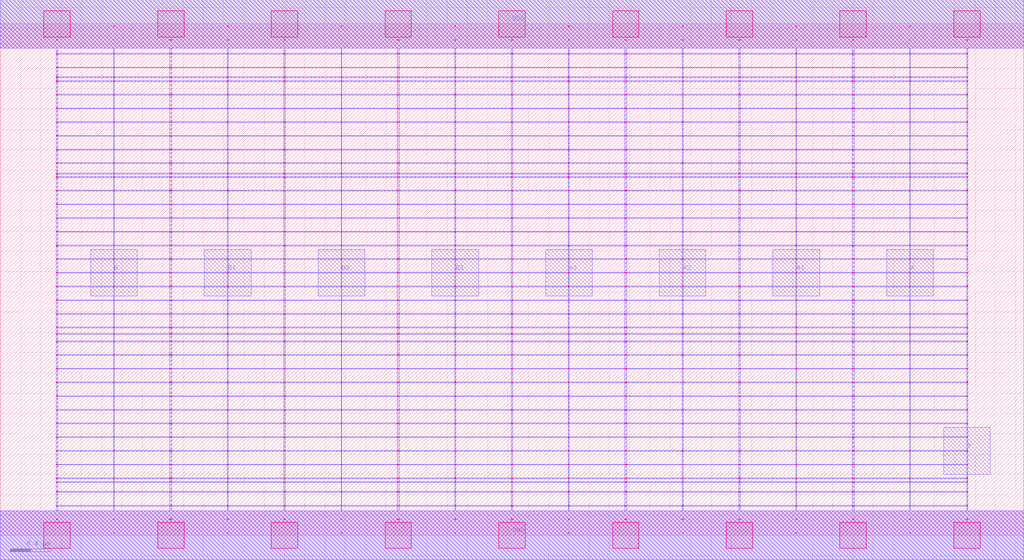
<source format=lef>
MACRO AAOI44_DEBUG
 CLASS CORE ;
 FOREIGN AAOI44_DEBUG 0 0 ;
 SIZE 10.08 BY 5.04 ;
 ORIGIN 0 0 ;
 SYMMETRY X Y R90 ;
 SITE unit ;
  PIN VDD
   DIRECTION INOUT ;
   USE SIGNAL ;
   SHAPE ABUTMENT ;
    PORT
     CLASS CORE ;
       LAYER met1 ;
        RECT 0.00000000 4.80000000 10.08000000 5.28000000 ;
       LAYER met2 ;
        RECT 0.00000000 4.80000000 10.08000000 5.28000000 ;
    END
  END VDD

  PIN GND
   DIRECTION INOUT ;
   USE SIGNAL ;
   SHAPE ABUTMENT ;
    PORT
     CLASS CORE ;
       LAYER met1 ;
        RECT 0.00000000 -0.24000000 10.08000000 0.24000000 ;
       LAYER met2 ;
        RECT 0.00000000 -0.24000000 10.08000000 0.24000000 ;
    END
  END GND

  PIN Y
   DIRECTION INOUT ;
   USE SIGNAL ;
   SHAPE ABUTMENT ;
    PORT
     CLASS CORE ;
       LAYER met2 ;
        RECT 9.29000000 0.60200000 9.75000000 1.06200000 ;
    END
  END Y

  PIN A
   DIRECTION INOUT ;
   USE SIGNAL ;
   SHAPE ABUTMENT ;
    PORT
     CLASS CORE ;
       LAYER met2 ;
        RECT 8.73000000 2.35700000 9.19000000 2.81700000 ;
    END
  END A

  PIN B2
   DIRECTION INOUT ;
   USE SIGNAL ;
   SHAPE ABUTMENT ;
    PORT
     CLASS CORE ;
       LAYER met2 ;
        RECT 3.13000000 2.35700000 3.59000000 2.81700000 ;
    END
  END B2

  PIN B
   DIRECTION INOUT ;
   USE SIGNAL ;
   SHAPE ABUTMENT ;
    PORT
     CLASS CORE ;
       LAYER met2 ;
        RECT 0.89000000 2.35700000 1.35000000 2.81700000 ;
    END
  END B

  PIN B1
   DIRECTION INOUT ;
   USE SIGNAL ;
   SHAPE ABUTMENT ;
    PORT
     CLASS CORE ;
       LAYER met2 ;
        RECT 2.01000000 2.35700000 2.47000000 2.81700000 ;
    END
  END B1

  PIN B3
   DIRECTION INOUT ;
   USE SIGNAL ;
   SHAPE ABUTMENT ;
    PORT
     CLASS CORE ;
       LAYER met2 ;
        RECT 4.25000000 2.35700000 4.71000000 2.81700000 ;
    END
  END B3

  PIN A3
   DIRECTION INOUT ;
   USE SIGNAL ;
   SHAPE ABUTMENT ;
    PORT
     CLASS CORE ;
       LAYER met2 ;
        RECT 5.37000000 2.35700000 5.83000000 2.81700000 ;
    END
  END A3

  PIN A1
   DIRECTION INOUT ;
   USE SIGNAL ;
   SHAPE ABUTMENT ;
    PORT
     CLASS CORE ;
       LAYER met2 ;
        RECT 7.61000000 2.35700000 8.07000000 2.81700000 ;
    END
  END A1

  PIN A2
   DIRECTION INOUT ;
   USE SIGNAL ;
   SHAPE ABUTMENT ;
    PORT
     CLASS CORE ;
       LAYER met2 ;
        RECT 6.49000000 2.35700000 6.95000000 2.81700000 ;
    END
  END A2

 OBS
    LAYER polycont ;
     RECT 0.55100000 2.58300000 0.56400000 2.59100000 ;
     RECT 1.11600000 2.58300000 1.12400000 2.59100000 ;
     RECT 1.67100000 2.58300000 1.68900000 2.59100000 ;
     RECT 2.23600000 2.58300000 2.24400000 2.59100000 ;
     RECT 2.79100000 2.58300000 2.80900000 2.59100000 ;
     RECT 3.35600000 2.58300000 3.36400000 2.59100000 ;
     RECT 3.91100000 2.58300000 3.92900000 2.59100000 ;
     RECT 4.47600000 2.58300000 4.48400000 2.59100000 ;
     RECT 5.03100000 2.58300000 5.04900000 2.59100000 ;
     RECT 5.59600000 2.58300000 5.60400000 2.59100000 ;
     RECT 6.15100000 2.58300000 6.16900000 2.59100000 ;
     RECT 6.71600000 2.58300000 6.72400000 2.59100000 ;
     RECT 7.27100000 2.58300000 7.28900000 2.59100000 ;
     RECT 7.83600000 2.58300000 7.84400000 2.59100000 ;
     RECT 8.39100000 2.58300000 8.40900000 2.59100000 ;
     RECT 8.95600000 2.58300000 8.96400000 2.59100000 ;
     RECT 9.51600000 2.58300000 9.52900000 2.59100000 ;
     RECT 0.55100000 2.71800000 0.56400000 2.72600000 ;
     RECT 1.11600000 2.71800000 1.12400000 2.72600000 ;
     RECT 1.67100000 2.71800000 1.68900000 2.72600000 ;
     RECT 2.23600000 2.71800000 2.24400000 2.72600000 ;
     RECT 2.79100000 2.71800000 2.80900000 2.72600000 ;
     RECT 3.35600000 2.71800000 3.36400000 2.72600000 ;
     RECT 3.91100000 2.71800000 3.92900000 2.72600000 ;
     RECT 4.47600000 2.71800000 4.48400000 2.72600000 ;
     RECT 5.03100000 2.71800000 5.04900000 2.72600000 ;
     RECT 5.59600000 2.71800000 5.60400000 2.72600000 ;
     RECT 6.15100000 2.71800000 6.16900000 2.72600000 ;
     RECT 6.71600000 2.71800000 6.72400000 2.72600000 ;
     RECT 7.27100000 2.71800000 7.28900000 2.72600000 ;
     RECT 7.83600000 2.71800000 7.84400000 2.72600000 ;
     RECT 8.39100000 2.71800000 8.40900000 2.72600000 ;
     RECT 8.95600000 2.71800000 8.96400000 2.72600000 ;
     RECT 9.51600000 2.71800000 9.52900000 2.72600000 ;
     RECT 0.55100000 2.85300000 0.56400000 2.86100000 ;
     RECT 1.11600000 2.85300000 1.12400000 2.86100000 ;
     RECT 1.67100000 2.85300000 1.68900000 2.86100000 ;
     RECT 2.23600000 2.85300000 2.24400000 2.86100000 ;
     RECT 2.79100000 2.85300000 2.80900000 2.86100000 ;
     RECT 3.35600000 2.85300000 3.36400000 2.86100000 ;
     RECT 3.91100000 2.85300000 3.92900000 2.86100000 ;
     RECT 4.47600000 2.85300000 4.48400000 2.86100000 ;
     RECT 5.03100000 2.85300000 5.04900000 2.86100000 ;
     RECT 5.59600000 2.85300000 5.60400000 2.86100000 ;
     RECT 6.15100000 2.85300000 6.16900000 2.86100000 ;
     RECT 6.71600000 2.85300000 6.72400000 2.86100000 ;
     RECT 7.27100000 2.85300000 7.28900000 2.86100000 ;
     RECT 7.83600000 2.85300000 7.84400000 2.86100000 ;
     RECT 8.39100000 2.85300000 8.40900000 2.86100000 ;
     RECT 8.95600000 2.85300000 8.96400000 2.86100000 ;
     RECT 9.51600000 2.85300000 9.52900000 2.86100000 ;
     RECT 0.55100000 2.98800000 0.56400000 2.99600000 ;
     RECT 1.11600000 2.98800000 1.12400000 2.99600000 ;
     RECT 1.67100000 2.98800000 1.68900000 2.99600000 ;
     RECT 2.23600000 2.98800000 2.24400000 2.99600000 ;
     RECT 2.79100000 2.98800000 2.80900000 2.99600000 ;
     RECT 3.35600000 2.98800000 3.36400000 2.99600000 ;
     RECT 3.91100000 2.98800000 3.92900000 2.99600000 ;
     RECT 4.47600000 2.98800000 4.48400000 2.99600000 ;
     RECT 5.03100000 2.98800000 5.04900000 2.99600000 ;
     RECT 5.59600000 2.98800000 5.60400000 2.99600000 ;
     RECT 6.15100000 2.98800000 6.16900000 2.99600000 ;
     RECT 6.71600000 2.98800000 6.72400000 2.99600000 ;
     RECT 7.27100000 2.98800000 7.28900000 2.99600000 ;
     RECT 7.83600000 2.98800000 7.84400000 2.99600000 ;
     RECT 8.39100000 2.98800000 8.40900000 2.99600000 ;
     RECT 8.95600000 2.98800000 8.96400000 2.99600000 ;
     RECT 9.51600000 2.98800000 9.52900000 2.99600000 ;

    LAYER pdiffc ;
     RECT 0.55100000 3.39300000 0.55900000 3.40100000 ;
     RECT 9.52100000 3.39300000 9.52900000 3.40100000 ;
     RECT 0.55100000 3.52800000 0.55900000 3.53600000 ;
     RECT 9.52100000 3.52800000 9.52900000 3.53600000 ;
     RECT 0.55100000 3.56100000 0.55900000 3.56900000 ;
     RECT 9.52100000 3.56100000 9.52900000 3.56900000 ;
     RECT 0.55100000 3.66300000 0.55900000 3.67100000 ;
     RECT 9.52100000 3.66300000 9.52900000 3.67100000 ;
     RECT 0.55100000 3.79800000 0.55900000 3.80600000 ;
     RECT 9.52100000 3.79800000 9.52900000 3.80600000 ;
     RECT 0.55100000 3.93300000 0.55900000 3.94100000 ;
     RECT 9.52100000 3.93300000 9.52900000 3.94100000 ;
     RECT 0.55100000 4.06800000 0.55900000 4.07600000 ;
     RECT 9.52100000 4.06800000 9.52900000 4.07600000 ;
     RECT 0.55100000 4.20300000 0.55900000 4.21100000 ;
     RECT 9.52100000 4.20300000 9.52900000 4.21100000 ;
     RECT 0.55100000 4.33800000 0.55900000 4.34600000 ;
     RECT 9.52100000 4.33800000 9.52900000 4.34600000 ;
     RECT 0.55100000 4.47300000 0.55900000 4.48100000 ;
     RECT 9.52100000 4.47300000 9.52900000 4.48100000 ;
     RECT 0.55100000 4.51100000 0.55900000 4.51900000 ;
     RECT 9.52100000 4.51100000 9.52900000 4.51900000 ;
     RECT 0.55100000 4.60800000 0.55900000 4.61600000 ;
     RECT 9.52100000 4.60800000 9.52900000 4.61600000 ;

    LAYER ndiffc ;
     RECT 5.03100000 0.42300000 5.04900000 0.43100000 ;
     RECT 5.03100000 0.52100000 5.04900000 0.52900000 ;
     RECT 5.03100000 0.55800000 5.04900000 0.56600000 ;
     RECT 5.03100000 0.69300000 5.04900000 0.70100000 ;
     RECT 5.03100000 0.82800000 5.04900000 0.83600000 ;
     RECT 5.03100000 0.96300000 5.04900000 0.97100000 ;
     RECT 5.03100000 1.09800000 5.04900000 1.10600000 ;
     RECT 5.03100000 1.23300000 5.04900000 1.24100000 ;
     RECT 5.03100000 1.36800000 5.04900000 1.37600000 ;
     RECT 5.03100000 1.50300000 5.04900000 1.51100000 ;
     RECT 5.03100000 1.63800000 5.04900000 1.64600000 ;
     RECT 5.03100000 1.77300000 5.04900000 1.78100000 ;
     RECT 5.03100000 1.90800000 5.04900000 1.91600000 ;
     RECT 5.03100000 1.98100000 5.04900000 1.98900000 ;
     RECT 5.03100000 2.04300000 5.04900000 2.05100000 ;
     RECT 8.39100000 0.42300000 8.40900000 0.43100000 ;
     RECT 6.15100000 0.69300000 6.16900000 0.70100000 ;
     RECT 7.27100000 0.69300000 7.28900000 0.70100000 ;
     RECT 8.39100000 0.69300000 8.40900000 0.70100000 ;
     RECT 9.51600000 0.69300000 9.52900000 0.70100000 ;
     RECT 9.51600000 0.42300000 9.52900000 0.43100000 ;
     RECT 6.15100000 0.82800000 6.16900000 0.83600000 ;
     RECT 7.27100000 0.82800000 7.28900000 0.83600000 ;
     RECT 8.39100000 0.82800000 8.40900000 0.83600000 ;
     RECT 9.51600000 0.82800000 9.52900000 0.83600000 ;
     RECT 6.15100000 0.42300000 6.16900000 0.43100000 ;
     RECT 6.15100000 0.96300000 6.16900000 0.97100000 ;
     RECT 7.27100000 0.96300000 7.28900000 0.97100000 ;
     RECT 8.39100000 0.96300000 8.40900000 0.97100000 ;
     RECT 9.51600000 0.96300000 9.52900000 0.97100000 ;
     RECT 6.15100000 0.52100000 6.16900000 0.52900000 ;
     RECT 6.15100000 1.09800000 6.16900000 1.10600000 ;
     RECT 7.27100000 1.09800000 7.28900000 1.10600000 ;
     RECT 8.39100000 1.09800000 8.40900000 1.10600000 ;
     RECT 9.51600000 1.09800000 9.52900000 1.10600000 ;
     RECT 7.27100000 0.52100000 7.28900000 0.52900000 ;
     RECT 6.15100000 1.23300000 6.16900000 1.24100000 ;
     RECT 7.27100000 1.23300000 7.28900000 1.24100000 ;
     RECT 8.39100000 1.23300000 8.40900000 1.24100000 ;
     RECT 9.51600000 1.23300000 9.52900000 1.24100000 ;
     RECT 8.39100000 0.52100000 8.40900000 0.52900000 ;
     RECT 6.15100000 1.36800000 6.16900000 1.37600000 ;
     RECT 7.27100000 1.36800000 7.28900000 1.37600000 ;
     RECT 8.39100000 1.36800000 8.40900000 1.37600000 ;
     RECT 9.51600000 1.36800000 9.52900000 1.37600000 ;
     RECT 9.51600000 0.52100000 9.52900000 0.52900000 ;
     RECT 6.15100000 1.50300000 6.16900000 1.51100000 ;
     RECT 7.27100000 1.50300000 7.28900000 1.51100000 ;
     RECT 8.39100000 1.50300000 8.40900000 1.51100000 ;
     RECT 9.51600000 1.50300000 9.52900000 1.51100000 ;
     RECT 7.27100000 0.42300000 7.28900000 0.43100000 ;
     RECT 6.15100000 1.63800000 6.16900000 1.64600000 ;
     RECT 7.27100000 1.63800000 7.28900000 1.64600000 ;
     RECT 8.39100000 1.63800000 8.40900000 1.64600000 ;
     RECT 9.51600000 1.63800000 9.52900000 1.64600000 ;
     RECT 6.15100000 0.55800000 6.16900000 0.56600000 ;
     RECT 6.15100000 1.77300000 6.16900000 1.78100000 ;
     RECT 7.27100000 1.77300000 7.28900000 1.78100000 ;
     RECT 8.39100000 1.77300000 8.40900000 1.78100000 ;
     RECT 9.51600000 1.77300000 9.52900000 1.78100000 ;
     RECT 7.27100000 0.55800000 7.28900000 0.56600000 ;
     RECT 6.15100000 1.90800000 6.16900000 1.91600000 ;
     RECT 7.27100000 1.90800000 7.28900000 1.91600000 ;
     RECT 8.39100000 1.90800000 8.40900000 1.91600000 ;
     RECT 9.51600000 1.90800000 9.52900000 1.91600000 ;
     RECT 8.39100000 0.55800000 8.40900000 0.56600000 ;
     RECT 6.15100000 1.98100000 6.16900000 1.98900000 ;
     RECT 7.27100000 1.98100000 7.28900000 1.98900000 ;
     RECT 8.39100000 1.98100000 8.40900000 1.98900000 ;
     RECT 9.51600000 1.98100000 9.52900000 1.98900000 ;
     RECT 9.51600000 0.55800000 9.52900000 0.56600000 ;
     RECT 6.15100000 2.04300000 6.16900000 2.05100000 ;
     RECT 7.27100000 2.04300000 7.28900000 2.05100000 ;
     RECT 8.39100000 2.04300000 8.40900000 2.05100000 ;
     RECT 9.51600000 2.04300000 9.52900000 2.05100000 ;
     RECT 3.91100000 1.36800000 3.92900000 1.37600000 ;
     RECT 2.79100000 0.55800000 2.80900000 0.56600000 ;
     RECT 3.91100000 0.55800000 3.92900000 0.56600000 ;
     RECT 1.67100000 0.52100000 1.68900000 0.52900000 ;
     RECT 2.79100000 0.52100000 2.80900000 0.52900000 ;
     RECT 3.91100000 0.52100000 3.92900000 0.52900000 ;
     RECT 0.55100000 1.50300000 0.56400000 1.51100000 ;
     RECT 1.67100000 1.50300000 1.68900000 1.51100000 ;
     RECT 2.79100000 1.50300000 2.80900000 1.51100000 ;
     RECT 3.91100000 1.50300000 3.92900000 1.51100000 ;
     RECT 0.55100000 0.96300000 0.56400000 0.97100000 ;
     RECT 1.67100000 0.96300000 1.68900000 0.97100000 ;
     RECT 2.79100000 0.96300000 2.80900000 0.97100000 ;
     RECT 3.91100000 0.96300000 3.92900000 0.97100000 ;
     RECT 1.67100000 0.42300000 1.68900000 0.43100000 ;
     RECT 0.55100000 1.63800000 0.56400000 1.64600000 ;
     RECT 1.67100000 1.63800000 1.68900000 1.64600000 ;
     RECT 2.79100000 1.63800000 2.80900000 1.64600000 ;
     RECT 3.91100000 1.63800000 3.92900000 1.64600000 ;
     RECT 2.79100000 0.42300000 2.80900000 0.43100000 ;
     RECT 0.55100000 0.69300000 0.56400000 0.70100000 ;
     RECT 1.67100000 0.69300000 1.68900000 0.70100000 ;
     RECT 2.79100000 0.69300000 2.80900000 0.70100000 ;
     RECT 0.55100000 1.09800000 0.56400000 1.10600000 ;
     RECT 0.55100000 1.77300000 0.56400000 1.78100000 ;
     RECT 1.67100000 1.77300000 1.68900000 1.78100000 ;
     RECT 2.79100000 1.77300000 2.80900000 1.78100000 ;
     RECT 3.91100000 1.77300000 3.92900000 1.78100000 ;
     RECT 1.67100000 1.09800000 1.68900000 1.10600000 ;
     RECT 2.79100000 1.09800000 2.80900000 1.10600000 ;
     RECT 3.91100000 1.09800000 3.92900000 1.10600000 ;
     RECT 3.91100000 0.69300000 3.92900000 0.70100000 ;
     RECT 3.91100000 0.42300000 3.92900000 0.43100000 ;
     RECT 0.55100000 1.90800000 0.56400000 1.91600000 ;
     RECT 1.67100000 1.90800000 1.68900000 1.91600000 ;
     RECT 2.79100000 1.90800000 2.80900000 1.91600000 ;
     RECT 3.91100000 1.90800000 3.92900000 1.91600000 ;
     RECT 0.55100000 0.42300000 0.56400000 0.43100000 ;
     RECT 0.55100000 0.52100000 0.56400000 0.52900000 ;
     RECT 0.55100000 0.55800000 0.56400000 0.56600000 ;
     RECT 0.55100000 1.23300000 0.56400000 1.24100000 ;
     RECT 1.67100000 1.23300000 1.68900000 1.24100000 ;
     RECT 0.55100000 1.98100000 0.56400000 1.98900000 ;
     RECT 1.67100000 1.98100000 1.68900000 1.98900000 ;
     RECT 2.79100000 1.98100000 2.80900000 1.98900000 ;
     RECT 3.91100000 1.98100000 3.92900000 1.98900000 ;
     RECT 2.79100000 1.23300000 2.80900000 1.24100000 ;
     RECT 3.91100000 1.23300000 3.92900000 1.24100000 ;
     RECT 1.67100000 0.55800000 1.68900000 0.56600000 ;
     RECT 0.55100000 0.82800000 0.56400000 0.83600000 ;
     RECT 1.67100000 0.82800000 1.68900000 0.83600000 ;
     RECT 0.55100000 2.04300000 0.56400000 2.05100000 ;
     RECT 1.67100000 2.04300000 1.68900000 2.05100000 ;
     RECT 2.79100000 2.04300000 2.80900000 2.05100000 ;
     RECT 3.91100000 2.04300000 3.92900000 2.05100000 ;
     RECT 2.79100000 0.82800000 2.80900000 0.83600000 ;
     RECT 3.91100000 0.82800000 3.92900000 0.83600000 ;
     RECT 0.55100000 1.36800000 0.56400000 1.37600000 ;
     RECT 1.67100000 1.36800000 1.68900000 1.37600000 ;
     RECT 2.79100000 1.36800000 2.80900000 1.37600000 ;

    LAYER met1 ;
     RECT 0.00000000 -0.24000000 10.08000000 0.24000000 ;
     RECT 5.03100000 0.24000000 5.04900000 0.28800000 ;
     RECT 0.55100000 0.28800000 9.52900000 0.29600000 ;
     RECT 5.03100000 0.29600000 5.04900000 0.42300000 ;
     RECT 0.55100000 0.42300000 9.52900000 0.43100000 ;
     RECT 5.03100000 0.43100000 5.04900000 0.52100000 ;
     RECT 0.55100000 0.52100000 9.52900000 0.52900000 ;
     RECT 5.03100000 0.52900000 5.04900000 0.55800000 ;
     RECT 0.55100000 0.55800000 9.52900000 0.56600000 ;
     RECT 5.03100000 0.56600000 5.04900000 0.69300000 ;
     RECT 0.55100000 0.69300000 9.52900000 0.70100000 ;
     RECT 5.03100000 0.70100000 5.04900000 0.82800000 ;
     RECT 0.55100000 0.82800000 9.52900000 0.83600000 ;
     RECT 5.03100000 0.83600000 5.04900000 0.96300000 ;
     RECT 0.55100000 0.96300000 9.52900000 0.97100000 ;
     RECT 5.03100000 0.97100000 5.04900000 1.09800000 ;
     RECT 0.55100000 1.09800000 9.52900000 1.10600000 ;
     RECT 5.03100000 1.10600000 5.04900000 1.23300000 ;
     RECT 0.55100000 1.23300000 9.52900000 1.24100000 ;
     RECT 5.03100000 1.24100000 5.04900000 1.36800000 ;
     RECT 0.55100000 1.36800000 9.52900000 1.37600000 ;
     RECT 5.03100000 1.37600000 5.04900000 1.50300000 ;
     RECT 0.55100000 1.50300000 9.52900000 1.51100000 ;
     RECT 5.03100000 1.51100000 5.04900000 1.63800000 ;
     RECT 0.55100000 1.63800000 9.52900000 1.64600000 ;
     RECT 5.03100000 1.64600000 5.04900000 1.77300000 ;
     RECT 0.55100000 1.77300000 9.52900000 1.78100000 ;
     RECT 5.03100000 1.78100000 5.04900000 1.90800000 ;
     RECT 0.55100000 1.90800000 9.52900000 1.91600000 ;
     RECT 5.03100000 1.91600000 5.04900000 1.98100000 ;
     RECT 0.55100000 1.98100000 9.52900000 1.98900000 ;
     RECT 5.03100000 1.98900000 5.04900000 2.04300000 ;
     RECT 0.55100000 2.04300000 9.52900000 2.05100000 ;
     RECT 5.03100000 2.05100000 5.04900000 2.17800000 ;
     RECT 0.55100000 2.17800000 9.52900000 2.18600000 ;
     RECT 5.03100000 2.18600000 5.04900000 2.31300000 ;
     RECT 0.55100000 2.31300000 9.52900000 2.32100000 ;
     RECT 5.03100000 2.32100000 5.04900000 2.44800000 ;
     RECT 0.55100000 2.44800000 9.52900000 2.45600000 ;
     RECT 0.55100000 2.45600000 0.56400000 2.58300000 ;
     RECT 1.11600000 2.45600000 1.12400000 2.58300000 ;
     RECT 1.67100000 2.45600000 1.68900000 2.58300000 ;
     RECT 2.23600000 2.45600000 2.24400000 2.58300000 ;
     RECT 2.79100000 2.45600000 2.80900000 2.58300000 ;
     RECT 3.35600000 2.45600000 3.36400000 2.58300000 ;
     RECT 3.91100000 2.45600000 3.92900000 2.58300000 ;
     RECT 4.47600000 2.45600000 4.48400000 2.58300000 ;
     RECT 5.03100000 2.45600000 5.04900000 2.58300000 ;
     RECT 5.59600000 2.45600000 5.60400000 2.58300000 ;
     RECT 6.15100000 2.45600000 6.16900000 2.58300000 ;
     RECT 6.71600000 2.45600000 6.72400000 2.58300000 ;
     RECT 7.27100000 2.45600000 7.28900000 2.58300000 ;
     RECT 7.83600000 2.45600000 7.84400000 2.58300000 ;
     RECT 8.39100000 2.45600000 8.40900000 2.58300000 ;
     RECT 8.95600000 2.45600000 8.96400000 2.58300000 ;
     RECT 9.51600000 2.45600000 9.52900000 2.58300000 ;
     RECT 0.55100000 2.58300000 9.52900000 2.59100000 ;
     RECT 5.03100000 2.59100000 5.04900000 2.71800000 ;
     RECT 0.55100000 2.71800000 9.52900000 2.72600000 ;
     RECT 5.03100000 2.72600000 5.04900000 2.85300000 ;
     RECT 0.55100000 2.85300000 9.52900000 2.86100000 ;
     RECT 5.03100000 2.86100000 5.04900000 2.98800000 ;
     RECT 0.55100000 2.98800000 9.52900000 2.99600000 ;
     RECT 5.03100000 2.99600000 5.04900000 3.12300000 ;
     RECT 0.55100000 3.12300000 9.52900000 3.13100000 ;
     RECT 5.03100000 3.13100000 5.04900000 3.25800000 ;
     RECT 0.55100000 3.25800000 9.52900000 3.26600000 ;
     RECT 5.03100000 3.26600000 5.04900000 3.39300000 ;
     RECT 0.55100000 3.39300000 9.52900000 3.40100000 ;
     RECT 5.03100000 3.40100000 5.04900000 3.52800000 ;
     RECT 0.55100000 3.52800000 9.52900000 3.53600000 ;
     RECT 5.03100000 3.53600000 5.04900000 3.56100000 ;
     RECT 0.55100000 3.56100000 9.52900000 3.56900000 ;
     RECT 5.03100000 3.56900000 5.04900000 3.66300000 ;
     RECT 0.55100000 3.66300000 9.52900000 3.67100000 ;
     RECT 5.03100000 3.67100000 5.04900000 3.79800000 ;
     RECT 0.55100000 3.79800000 9.52900000 3.80600000 ;
     RECT 5.03100000 3.80600000 5.04900000 3.93300000 ;
     RECT 0.55100000 3.93300000 9.52900000 3.94100000 ;
     RECT 5.03100000 3.94100000 5.04900000 4.06800000 ;
     RECT 0.55100000 4.06800000 9.52900000 4.07600000 ;
     RECT 5.03100000 4.07600000 5.04900000 4.20300000 ;
     RECT 0.55100000 4.20300000 9.52900000 4.21100000 ;
     RECT 5.03100000 4.21100000 5.04900000 4.33800000 ;
     RECT 0.55100000 4.33800000 9.52900000 4.34600000 ;
     RECT 5.03100000 4.34600000 5.04900000 4.47300000 ;
     RECT 0.55100000 4.47300000 9.52900000 4.48100000 ;
     RECT 5.03100000 4.48100000 5.04900000 4.51100000 ;
     RECT 0.55100000 4.51100000 9.52900000 4.51900000 ;
     RECT 5.03100000 4.51900000 5.04900000 4.60800000 ;
     RECT 0.55100000 4.60800000 9.52900000 4.61600000 ;
     RECT 5.03100000 4.61600000 5.04900000 4.74300000 ;
     RECT 0.55100000 4.74300000 9.52900000 4.75100000 ;
     RECT 5.03100000 4.75100000 5.04900000 4.80000000 ;
     RECT 0.00000000 4.80000000 10.08000000 5.28000000 ;
     RECT 5.59600000 3.80600000 5.60400000 3.93300000 ;
     RECT 6.15100000 3.80600000 6.16900000 3.93300000 ;
     RECT 6.71600000 3.80600000 6.72400000 3.93300000 ;
     RECT 7.27100000 3.80600000 7.28900000 3.93300000 ;
     RECT 7.83600000 3.80600000 7.84400000 3.93300000 ;
     RECT 8.39100000 3.80600000 8.40900000 3.93300000 ;
     RECT 8.95600000 3.80600000 8.96400000 3.93300000 ;
     RECT 9.51600000 3.80600000 9.52900000 3.93300000 ;
     RECT 7.83600000 3.94100000 7.84400000 4.06800000 ;
     RECT 8.39100000 3.94100000 8.40900000 4.06800000 ;
     RECT 8.95600000 3.94100000 8.96400000 4.06800000 ;
     RECT 9.51600000 3.94100000 9.52900000 4.06800000 ;
     RECT 7.83600000 4.07600000 7.84400000 4.20300000 ;
     RECT 8.39100000 4.07600000 8.40900000 4.20300000 ;
     RECT 8.95600000 4.07600000 8.96400000 4.20300000 ;
     RECT 9.51600000 4.07600000 9.52900000 4.20300000 ;
     RECT 7.83600000 4.21100000 7.84400000 4.33800000 ;
     RECT 8.39100000 4.21100000 8.40900000 4.33800000 ;
     RECT 8.95600000 4.21100000 8.96400000 4.33800000 ;
     RECT 9.51600000 4.21100000 9.52900000 4.33800000 ;
     RECT 7.83600000 4.34600000 7.84400000 4.47300000 ;
     RECT 8.39100000 4.34600000 8.40900000 4.47300000 ;
     RECT 8.95600000 4.34600000 8.96400000 4.47300000 ;
     RECT 9.51600000 4.34600000 9.52900000 4.47300000 ;
     RECT 7.83600000 4.48100000 7.84400000 4.51100000 ;
     RECT 8.39100000 4.48100000 8.40900000 4.51100000 ;
     RECT 8.95600000 4.48100000 8.96400000 4.51100000 ;
     RECT 9.51600000 4.48100000 9.52900000 4.51100000 ;
     RECT 7.83600000 4.51900000 7.84400000 4.60800000 ;
     RECT 8.39100000 4.51900000 8.40900000 4.60800000 ;
     RECT 8.95600000 4.51900000 8.96400000 4.60800000 ;
     RECT 9.51600000 4.51900000 9.52900000 4.60800000 ;
     RECT 7.83600000 4.61600000 7.84400000 4.74300000 ;
     RECT 8.39100000 4.61600000 8.40900000 4.74300000 ;
     RECT 8.95600000 4.61600000 8.96400000 4.74300000 ;
     RECT 9.51600000 4.61600000 9.52900000 4.74300000 ;
     RECT 7.83600000 4.75100000 7.84400000 4.80000000 ;
     RECT 8.39100000 4.75100000 8.40900000 4.80000000 ;
     RECT 8.95600000 4.75100000 8.96400000 4.80000000 ;
     RECT 9.51600000 4.75100000 9.52900000 4.80000000 ;
     RECT 5.59600000 4.48100000 5.60400000 4.51100000 ;
     RECT 6.15100000 4.48100000 6.16900000 4.51100000 ;
     RECT 6.71600000 4.48100000 6.72400000 4.51100000 ;
     RECT 7.27100000 4.48100000 7.28900000 4.51100000 ;
     RECT 5.59600000 4.21100000 5.60400000 4.33800000 ;
     RECT 6.15100000 4.21100000 6.16900000 4.33800000 ;
     RECT 6.71600000 4.21100000 6.72400000 4.33800000 ;
     RECT 7.27100000 4.21100000 7.28900000 4.33800000 ;
     RECT 5.59600000 4.51900000 5.60400000 4.60800000 ;
     RECT 6.15100000 4.51900000 6.16900000 4.60800000 ;
     RECT 6.71600000 4.51900000 6.72400000 4.60800000 ;
     RECT 7.27100000 4.51900000 7.28900000 4.60800000 ;
     RECT 5.59600000 4.07600000 5.60400000 4.20300000 ;
     RECT 6.15100000 4.07600000 6.16900000 4.20300000 ;
     RECT 6.71600000 4.07600000 6.72400000 4.20300000 ;
     RECT 7.27100000 4.07600000 7.28900000 4.20300000 ;
     RECT 5.59600000 4.61600000 5.60400000 4.74300000 ;
     RECT 6.15100000 4.61600000 6.16900000 4.74300000 ;
     RECT 6.71600000 4.61600000 6.72400000 4.74300000 ;
     RECT 7.27100000 4.61600000 7.28900000 4.74300000 ;
     RECT 5.59600000 4.34600000 5.60400000 4.47300000 ;
     RECT 6.15100000 4.34600000 6.16900000 4.47300000 ;
     RECT 6.71600000 4.34600000 6.72400000 4.47300000 ;
     RECT 7.27100000 4.34600000 7.28900000 4.47300000 ;
     RECT 5.59600000 4.75100000 5.60400000 4.80000000 ;
     RECT 6.15100000 4.75100000 6.16900000 4.80000000 ;
     RECT 6.71600000 4.75100000 6.72400000 4.80000000 ;
     RECT 7.27100000 4.75100000 7.28900000 4.80000000 ;
     RECT 5.59600000 3.94100000 5.60400000 4.06800000 ;
     RECT 6.15100000 3.94100000 6.16900000 4.06800000 ;
     RECT 6.71600000 3.94100000 6.72400000 4.06800000 ;
     RECT 7.27100000 3.94100000 7.28900000 4.06800000 ;
     RECT 5.59600000 2.59100000 5.60400000 2.71800000 ;
     RECT 6.15100000 2.59100000 6.16900000 2.71800000 ;
     RECT 5.59600000 3.26600000 5.60400000 3.39300000 ;
     RECT 6.15100000 3.26600000 6.16900000 3.39300000 ;
     RECT 5.59600000 2.86100000 5.60400000 2.98800000 ;
     RECT 6.15100000 2.86100000 6.16900000 2.98800000 ;
     RECT 6.71600000 3.26600000 6.72400000 3.39300000 ;
     RECT 7.27100000 3.26600000 7.28900000 3.39300000 ;
     RECT 5.59600000 2.72600000 5.60400000 2.85300000 ;
     RECT 6.15100000 2.72600000 6.16900000 2.85300000 ;
     RECT 5.59600000 3.40100000 5.60400000 3.52800000 ;
     RECT 6.15100000 3.40100000 6.16900000 3.52800000 ;
     RECT 5.59600000 2.99600000 5.60400000 3.12300000 ;
     RECT 6.15100000 2.99600000 6.16900000 3.12300000 ;
     RECT 6.71600000 3.40100000 6.72400000 3.52800000 ;
     RECT 7.27100000 3.40100000 7.28900000 3.52800000 ;
     RECT 6.71600000 2.86100000 6.72400000 2.98800000 ;
     RECT 7.27100000 2.86100000 7.28900000 2.98800000 ;
     RECT 6.71600000 2.72600000 6.72400000 2.85300000 ;
     RECT 7.27100000 2.72600000 7.28900000 2.85300000 ;
     RECT 5.59600000 3.53600000 5.60400000 3.56100000 ;
     RECT 6.15100000 3.53600000 6.16900000 3.56100000 ;
     RECT 6.71600000 2.99600000 6.72400000 3.12300000 ;
     RECT 7.27100000 2.99600000 7.28900000 3.12300000 ;
     RECT 6.71600000 3.53600000 6.72400000 3.56100000 ;
     RECT 7.27100000 3.53600000 7.28900000 3.56100000 ;
     RECT 5.59600000 3.56900000 5.60400000 3.66300000 ;
     RECT 6.15100000 3.56900000 6.16900000 3.66300000 ;
     RECT 6.71600000 3.56900000 6.72400000 3.66300000 ;
     RECT 7.27100000 3.56900000 7.28900000 3.66300000 ;
     RECT 5.59600000 3.67100000 5.60400000 3.79800000 ;
     RECT 6.15100000 3.67100000 6.16900000 3.79800000 ;
     RECT 6.71600000 3.67100000 6.72400000 3.79800000 ;
     RECT 7.27100000 3.67100000 7.28900000 3.79800000 ;
     RECT 6.71600000 2.59100000 6.72400000 2.71800000 ;
     RECT 7.27100000 2.59100000 7.28900000 2.71800000 ;
     RECT 5.59600000 3.13100000 5.60400000 3.25800000 ;
     RECT 6.15100000 3.13100000 6.16900000 3.25800000 ;
     RECT 6.71600000 3.13100000 6.72400000 3.25800000 ;
     RECT 7.27100000 3.13100000 7.28900000 3.25800000 ;
     RECT 8.39100000 2.59100000 8.40900000 2.71800000 ;
     RECT 9.51600000 2.99600000 9.52900000 3.12300000 ;
     RECT 7.83600000 3.13100000 7.84400000 3.25800000 ;
     RECT 7.83600000 3.56900000 7.84400000 3.66300000 ;
     RECT 8.39100000 3.56900000 8.40900000 3.66300000 ;
     RECT 8.95600000 3.56900000 8.96400000 3.66300000 ;
     RECT 9.51600000 3.56900000 9.52900000 3.66300000 ;
     RECT 8.95600000 2.72600000 8.96400000 2.85300000 ;
     RECT 9.51600000 2.72600000 9.52900000 2.85300000 ;
     RECT 8.39100000 3.13100000 8.40900000 3.25800000 ;
     RECT 7.83600000 3.40100000 7.84400000 3.52800000 ;
     RECT 8.39100000 3.40100000 8.40900000 3.52800000 ;
     RECT 8.95600000 3.40100000 8.96400000 3.52800000 ;
     RECT 7.83600000 3.67100000 7.84400000 3.79800000 ;
     RECT 8.39100000 3.67100000 8.40900000 3.79800000 ;
     RECT 8.95600000 3.67100000 8.96400000 3.79800000 ;
     RECT 7.83600000 2.86100000 7.84400000 2.98800000 ;
     RECT 8.39100000 2.86100000 8.40900000 2.98800000 ;
     RECT 9.51600000 3.67100000 9.52900000 3.79800000 ;
     RECT 9.51600000 3.40100000 9.52900000 3.52800000 ;
     RECT 8.95600000 3.13100000 8.96400000 3.25800000 ;
     RECT 7.83600000 3.26600000 7.84400000 3.39300000 ;
     RECT 8.39100000 3.26600000 8.40900000 3.39300000 ;
     RECT 8.95600000 3.26600000 8.96400000 3.39300000 ;
     RECT 9.51600000 3.26600000 9.52900000 3.39300000 ;
     RECT 9.51600000 3.13100000 9.52900000 3.25800000 ;
     RECT 8.95600000 2.86100000 8.96400000 2.98800000 ;
     RECT 9.51600000 2.86100000 9.52900000 2.98800000 ;
     RECT 7.83600000 3.53600000 7.84400000 3.56100000 ;
     RECT 7.83600000 2.99600000 7.84400000 3.12300000 ;
     RECT 8.39100000 2.99600000 8.40900000 3.12300000 ;
     RECT 8.39100000 3.53600000 8.40900000 3.56100000 ;
     RECT 8.95600000 3.53600000 8.96400000 3.56100000 ;
     RECT 9.51600000 3.53600000 9.52900000 3.56100000 ;
     RECT 7.83600000 2.72600000 7.84400000 2.85300000 ;
     RECT 8.39100000 2.72600000 8.40900000 2.85300000 ;
     RECT 8.95600000 2.59100000 8.96400000 2.71800000 ;
     RECT 9.51600000 2.59100000 9.52900000 2.71800000 ;
     RECT 7.83600000 2.59100000 7.84400000 2.71800000 ;
     RECT 8.95600000 2.99600000 8.96400000 3.12300000 ;
     RECT 0.55100000 3.80600000 0.56400000 3.93300000 ;
     RECT 1.11600000 3.80600000 1.12400000 3.93300000 ;
     RECT 1.67100000 3.80600000 1.68900000 3.93300000 ;
     RECT 2.23600000 3.80600000 2.24400000 3.93300000 ;
     RECT 2.79100000 3.80600000 2.80900000 3.93300000 ;
     RECT 3.35600000 3.80600000 3.36400000 3.93300000 ;
     RECT 3.91100000 3.80600000 3.92900000 3.93300000 ;
     RECT 4.47600000 3.80600000 4.48400000 3.93300000 ;
     RECT 2.79100000 4.21100000 2.80900000 4.33800000 ;
     RECT 3.35600000 4.21100000 3.36400000 4.33800000 ;
     RECT 3.91100000 4.21100000 3.92900000 4.33800000 ;
     RECT 4.47600000 4.21100000 4.48400000 4.33800000 ;
     RECT 2.79100000 4.34600000 2.80900000 4.47300000 ;
     RECT 3.35600000 4.34600000 3.36400000 4.47300000 ;
     RECT 3.91100000 4.34600000 3.92900000 4.47300000 ;
     RECT 4.47600000 4.34600000 4.48400000 4.47300000 ;
     RECT 2.79100000 4.48100000 2.80900000 4.51100000 ;
     RECT 3.35600000 4.48100000 3.36400000 4.51100000 ;
     RECT 3.91100000 4.48100000 3.92900000 4.51100000 ;
     RECT 4.47600000 4.48100000 4.48400000 4.51100000 ;
     RECT 2.79100000 4.51900000 2.80900000 4.60800000 ;
     RECT 3.35600000 4.51900000 3.36400000 4.60800000 ;
     RECT 3.91100000 4.51900000 3.92900000 4.60800000 ;
     RECT 4.47600000 4.51900000 4.48400000 4.60800000 ;
     RECT 2.79100000 4.61600000 2.80900000 4.74300000 ;
     RECT 3.35600000 4.61600000 3.36400000 4.74300000 ;
     RECT 3.91100000 4.61600000 3.92900000 4.74300000 ;
     RECT 4.47600000 4.61600000 4.48400000 4.74300000 ;
     RECT 2.79100000 4.75100000 2.80900000 4.80000000 ;
     RECT 3.35600000 4.75100000 3.36400000 4.80000000 ;
     RECT 3.91100000 4.75100000 3.92900000 4.80000000 ;
     RECT 4.47600000 4.75100000 4.48400000 4.80000000 ;
     RECT 2.79100000 3.94100000 2.80900000 4.06800000 ;
     RECT 3.35600000 3.94100000 3.36400000 4.06800000 ;
     RECT 3.91100000 3.94100000 3.92900000 4.06800000 ;
     RECT 4.47600000 3.94100000 4.48400000 4.06800000 ;
     RECT 2.79100000 4.07600000 2.80900000 4.20300000 ;
     RECT 3.35600000 4.07600000 3.36400000 4.20300000 ;
     RECT 3.91100000 4.07600000 3.92900000 4.20300000 ;
     RECT 4.47600000 4.07600000 4.48400000 4.20300000 ;
     RECT 0.55100000 4.51900000 0.56400000 4.60800000 ;
     RECT 1.11600000 4.51900000 1.12400000 4.60800000 ;
     RECT 1.67100000 4.51900000 1.68900000 4.60800000 ;
     RECT 2.23600000 4.51900000 2.24400000 4.60800000 ;
     RECT 0.55100000 4.07600000 0.56400000 4.20300000 ;
     RECT 1.11600000 4.07600000 1.12400000 4.20300000 ;
     RECT 1.67100000 4.07600000 1.68900000 4.20300000 ;
     RECT 2.23600000 4.07600000 2.24400000 4.20300000 ;
     RECT 0.55100000 4.61600000 0.56400000 4.74300000 ;
     RECT 1.11600000 4.61600000 1.12400000 4.74300000 ;
     RECT 1.67100000 4.61600000 1.68900000 4.74300000 ;
     RECT 2.23600000 4.61600000 2.24400000 4.74300000 ;
     RECT 0.55100000 4.34600000 0.56400000 4.47300000 ;
     RECT 1.11600000 4.34600000 1.12400000 4.47300000 ;
     RECT 1.67100000 4.34600000 1.68900000 4.47300000 ;
     RECT 2.23600000 4.34600000 2.24400000 4.47300000 ;
     RECT 0.55100000 4.75100000 0.56400000 4.80000000 ;
     RECT 1.11600000 4.75100000 1.12400000 4.80000000 ;
     RECT 1.67100000 4.75100000 1.68900000 4.80000000 ;
     RECT 2.23600000 4.75100000 2.24400000 4.80000000 ;
     RECT 0.55100000 3.94100000 0.56400000 4.06800000 ;
     RECT 1.11600000 3.94100000 1.12400000 4.06800000 ;
     RECT 1.67100000 3.94100000 1.68900000 4.06800000 ;
     RECT 2.23600000 3.94100000 2.24400000 4.06800000 ;
     RECT 0.55100000 4.48100000 0.56400000 4.51100000 ;
     RECT 1.11600000 4.48100000 1.12400000 4.51100000 ;
     RECT 1.67100000 4.48100000 1.68900000 4.51100000 ;
     RECT 2.23600000 4.48100000 2.24400000 4.51100000 ;
     RECT 0.55100000 4.21100000 0.56400000 4.33800000 ;
     RECT 1.11600000 4.21100000 1.12400000 4.33800000 ;
     RECT 1.67100000 4.21100000 1.68900000 4.33800000 ;
     RECT 2.23600000 4.21100000 2.24400000 4.33800000 ;
     RECT 1.67100000 2.86100000 1.68900000 2.98800000 ;
     RECT 2.23600000 2.86100000 2.24400000 2.98800000 ;
     RECT 0.55100000 3.13100000 0.56400000 3.25800000 ;
     RECT 1.11600000 3.13100000 1.12400000 3.25800000 ;
     RECT 1.67100000 3.13100000 1.68900000 3.25800000 ;
     RECT 2.23600000 3.13100000 2.24400000 3.25800000 ;
     RECT 0.55100000 3.67100000 0.56400000 3.79800000 ;
     RECT 1.11600000 3.67100000 1.12400000 3.79800000 ;
     RECT 1.67100000 3.67100000 1.68900000 3.79800000 ;
     RECT 2.23600000 3.67100000 2.24400000 3.79800000 ;
     RECT 0.55100000 2.59100000 0.56400000 2.71800000 ;
     RECT 1.11600000 2.59100000 1.12400000 2.71800000 ;
     RECT 0.55100000 2.72600000 0.56400000 2.85300000 ;
     RECT 1.11600000 2.72600000 1.12400000 2.85300000 ;
     RECT 0.55100000 2.86100000 0.56400000 2.98800000 ;
     RECT 1.11600000 2.86100000 1.12400000 2.98800000 ;
     RECT 0.55100000 3.53600000 0.56400000 3.56100000 ;
     RECT 1.11600000 3.53600000 1.12400000 3.56100000 ;
     RECT 0.55100000 3.26600000 0.56400000 3.39300000 ;
     RECT 1.11600000 3.26600000 1.12400000 3.39300000 ;
     RECT 1.67100000 3.26600000 1.68900000 3.39300000 ;
     RECT 2.23600000 3.26600000 2.24400000 3.39300000 ;
     RECT 1.67100000 2.59100000 1.68900000 2.71800000 ;
     RECT 2.23600000 2.59100000 2.24400000 2.71800000 ;
     RECT 0.55100000 3.56900000 0.56400000 3.66300000 ;
     RECT 1.11600000 3.56900000 1.12400000 3.66300000 ;
     RECT 1.67100000 3.56900000 1.68900000 3.66300000 ;
     RECT 2.23600000 3.56900000 2.24400000 3.66300000 ;
     RECT 1.67100000 3.53600000 1.68900000 3.56100000 ;
     RECT 2.23600000 3.53600000 2.24400000 3.56100000 ;
     RECT 1.67100000 2.99600000 1.68900000 3.12300000 ;
     RECT 2.23600000 2.99600000 2.24400000 3.12300000 ;
     RECT 0.55100000 3.40100000 0.56400000 3.52800000 ;
     RECT 1.11600000 3.40100000 1.12400000 3.52800000 ;
     RECT 0.55100000 2.99600000 0.56400000 3.12300000 ;
     RECT 1.11600000 2.99600000 1.12400000 3.12300000 ;
     RECT 1.67100000 2.72600000 1.68900000 2.85300000 ;
     RECT 2.23600000 2.72600000 2.24400000 2.85300000 ;
     RECT 1.67100000 3.40100000 1.68900000 3.52800000 ;
     RECT 2.23600000 3.40100000 2.24400000 3.52800000 ;
     RECT 2.79100000 3.67100000 2.80900000 3.79800000 ;
     RECT 3.35600000 3.67100000 3.36400000 3.79800000 ;
     RECT 3.91100000 3.67100000 3.92900000 3.79800000 ;
     RECT 4.47600000 3.67100000 4.48400000 3.79800000 ;
     RECT 2.79100000 3.40100000 2.80900000 3.52800000 ;
     RECT 3.35600000 3.40100000 3.36400000 3.52800000 ;
     RECT 3.91100000 3.40100000 3.92900000 3.52800000 ;
     RECT 4.47600000 3.40100000 4.48400000 3.52800000 ;
     RECT 2.79100000 3.53600000 2.80900000 3.56100000 ;
     RECT 3.35600000 3.53600000 3.36400000 3.56100000 ;
     RECT 3.91100000 3.56900000 3.92900000 3.66300000 ;
     RECT 4.47600000 3.56900000 4.48400000 3.66300000 ;
     RECT 2.79100000 2.86100000 2.80900000 2.98800000 ;
     RECT 3.35600000 2.86100000 3.36400000 2.98800000 ;
     RECT 3.91100000 2.86100000 3.92900000 2.98800000 ;
     RECT 4.47600000 2.86100000 4.48400000 2.98800000 ;
     RECT 2.79100000 3.26600000 2.80900000 3.39300000 ;
     RECT 3.35600000 3.26600000 3.36400000 3.39300000 ;
     RECT 3.91100000 3.26600000 3.92900000 3.39300000 ;
     RECT 4.47600000 3.26600000 4.48400000 3.39300000 ;
     RECT 3.91100000 3.53600000 3.92900000 3.56100000 ;
     RECT 4.47600000 3.53600000 4.48400000 3.56100000 ;
     RECT 2.79100000 2.72600000 2.80900000 2.85300000 ;
     RECT 3.35600000 2.72600000 3.36400000 2.85300000 ;
     RECT 2.79100000 3.13100000 2.80900000 3.25800000 ;
     RECT 3.35600000 3.13100000 3.36400000 3.25800000 ;
     RECT 3.91100000 3.13100000 3.92900000 3.25800000 ;
     RECT 4.47600000 3.13100000 4.48400000 3.25800000 ;
     RECT 3.91100000 2.99600000 3.92900000 3.12300000 ;
     RECT 4.47600000 2.99600000 4.48400000 3.12300000 ;
     RECT 3.91100000 2.59100000 3.92900000 2.71800000 ;
     RECT 4.47600000 2.59100000 4.48400000 2.71800000 ;
     RECT 3.91100000 2.72600000 3.92900000 2.85300000 ;
     RECT 4.47600000 2.72600000 4.48400000 2.85300000 ;
     RECT 2.79100000 3.56900000 2.80900000 3.66300000 ;
     RECT 3.35600000 3.56900000 3.36400000 3.66300000 ;
     RECT 2.79100000 2.99600000 2.80900000 3.12300000 ;
     RECT 3.35600000 2.99600000 3.36400000 3.12300000 ;
     RECT 2.79100000 2.59100000 2.80900000 2.71800000 ;
     RECT 3.35600000 2.59100000 3.36400000 2.71800000 ;
     RECT 0.55100000 1.10600000 0.56400000 1.23300000 ;
     RECT 1.11600000 1.10600000 1.12400000 1.23300000 ;
     RECT 1.67100000 1.10600000 1.68900000 1.23300000 ;
     RECT 2.23600000 1.10600000 2.24400000 1.23300000 ;
     RECT 2.79100000 1.10600000 2.80900000 1.23300000 ;
     RECT 3.35600000 1.10600000 3.36400000 1.23300000 ;
     RECT 3.91100000 1.10600000 3.92900000 1.23300000 ;
     RECT 4.47600000 1.10600000 4.48400000 1.23300000 ;
     RECT 2.79100000 1.51100000 2.80900000 1.63800000 ;
     RECT 3.35600000 1.51100000 3.36400000 1.63800000 ;
     RECT 3.91100000 1.51100000 3.92900000 1.63800000 ;
     RECT 4.47600000 1.51100000 4.48400000 1.63800000 ;
     RECT 2.79100000 1.64600000 2.80900000 1.77300000 ;
     RECT 3.35600000 1.64600000 3.36400000 1.77300000 ;
     RECT 3.91100000 1.64600000 3.92900000 1.77300000 ;
     RECT 4.47600000 1.64600000 4.48400000 1.77300000 ;
     RECT 2.79100000 1.78100000 2.80900000 1.90800000 ;
     RECT 3.35600000 1.78100000 3.36400000 1.90800000 ;
     RECT 3.91100000 1.78100000 3.92900000 1.90800000 ;
     RECT 4.47600000 1.78100000 4.48400000 1.90800000 ;
     RECT 2.79100000 1.91600000 2.80900000 1.98100000 ;
     RECT 3.35600000 1.91600000 3.36400000 1.98100000 ;
     RECT 3.91100000 1.91600000 3.92900000 1.98100000 ;
     RECT 4.47600000 1.91600000 4.48400000 1.98100000 ;
     RECT 2.79100000 1.98900000 2.80900000 2.04300000 ;
     RECT 3.35600000 1.98900000 3.36400000 2.04300000 ;
     RECT 3.91100000 1.98900000 3.92900000 2.04300000 ;
     RECT 4.47600000 1.98900000 4.48400000 2.04300000 ;
     RECT 2.79100000 2.05100000 2.80900000 2.17800000 ;
     RECT 3.35600000 2.05100000 3.36400000 2.17800000 ;
     RECT 3.91100000 2.05100000 3.92900000 2.17800000 ;
     RECT 4.47600000 2.05100000 4.48400000 2.17800000 ;
     RECT 2.79100000 2.18600000 2.80900000 2.31300000 ;
     RECT 3.35600000 2.18600000 3.36400000 2.31300000 ;
     RECT 3.91100000 2.18600000 3.92900000 2.31300000 ;
     RECT 4.47600000 2.18600000 4.48400000 2.31300000 ;
     RECT 2.79100000 2.32100000 2.80900000 2.44800000 ;
     RECT 3.35600000 2.32100000 3.36400000 2.44800000 ;
     RECT 3.91100000 2.32100000 3.92900000 2.44800000 ;
     RECT 4.47600000 2.32100000 4.48400000 2.44800000 ;
     RECT 2.79100000 1.24100000 2.80900000 1.36800000 ;
     RECT 3.35600000 1.24100000 3.36400000 1.36800000 ;
     RECT 3.91100000 1.24100000 3.92900000 1.36800000 ;
     RECT 4.47600000 1.24100000 4.48400000 1.36800000 ;
     RECT 2.79100000 1.37600000 2.80900000 1.50300000 ;
     RECT 3.35600000 1.37600000 3.36400000 1.50300000 ;
     RECT 3.91100000 1.37600000 3.92900000 1.50300000 ;
     RECT 4.47600000 1.37600000 4.48400000 1.50300000 ;
     RECT 0.55100000 1.51100000 0.56400000 1.63800000 ;
     RECT 1.11600000 1.51100000 1.12400000 1.63800000 ;
     RECT 1.67100000 1.51100000 1.68900000 1.63800000 ;
     RECT 2.23600000 1.51100000 2.24400000 1.63800000 ;
     RECT 0.55100000 2.05100000 0.56400000 2.17800000 ;
     RECT 1.11600000 2.05100000 1.12400000 2.17800000 ;
     RECT 1.67100000 2.05100000 1.68900000 2.17800000 ;
     RECT 2.23600000 2.05100000 2.24400000 2.17800000 ;
     RECT 0.55100000 1.78100000 0.56400000 1.90800000 ;
     RECT 1.11600000 1.78100000 1.12400000 1.90800000 ;
     RECT 1.67100000 1.78100000 1.68900000 1.90800000 ;
     RECT 2.23600000 1.78100000 2.24400000 1.90800000 ;
     RECT 0.55100000 2.18600000 0.56400000 2.31300000 ;
     RECT 1.11600000 2.18600000 1.12400000 2.31300000 ;
     RECT 1.67100000 2.18600000 1.68900000 2.31300000 ;
     RECT 2.23600000 2.18600000 2.24400000 2.31300000 ;
     RECT 0.55100000 1.37600000 0.56400000 1.50300000 ;
     RECT 1.11600000 1.37600000 1.12400000 1.50300000 ;
     RECT 1.67100000 1.37600000 1.68900000 1.50300000 ;
     RECT 2.23600000 1.37600000 2.24400000 1.50300000 ;
     RECT 0.55100000 2.32100000 0.56400000 2.44800000 ;
     RECT 1.11600000 2.32100000 1.12400000 2.44800000 ;
     RECT 1.67100000 2.32100000 1.68900000 2.44800000 ;
     RECT 2.23600000 2.32100000 2.24400000 2.44800000 ;
     RECT 0.55100000 1.91600000 0.56400000 1.98100000 ;
     RECT 1.11600000 1.91600000 1.12400000 1.98100000 ;
     RECT 1.67100000 1.91600000 1.68900000 1.98100000 ;
     RECT 2.23600000 1.91600000 2.24400000 1.98100000 ;
     RECT 0.55100000 1.64600000 0.56400000 1.77300000 ;
     RECT 1.11600000 1.64600000 1.12400000 1.77300000 ;
     RECT 1.67100000 1.64600000 1.68900000 1.77300000 ;
     RECT 2.23600000 1.64600000 2.24400000 1.77300000 ;
     RECT 0.55100000 1.98900000 0.56400000 2.04300000 ;
     RECT 1.11600000 1.98900000 1.12400000 2.04300000 ;
     RECT 1.67100000 1.98900000 1.68900000 2.04300000 ;
     RECT 2.23600000 1.98900000 2.24400000 2.04300000 ;
     RECT 0.55100000 1.24100000 0.56400000 1.36800000 ;
     RECT 1.11600000 1.24100000 1.12400000 1.36800000 ;
     RECT 1.67100000 1.24100000 1.68900000 1.36800000 ;
     RECT 2.23600000 1.24100000 2.24400000 1.36800000 ;
     RECT 1.67100000 0.56600000 1.68900000 0.69300000 ;
     RECT 2.23600000 0.56600000 2.24400000 0.69300000 ;
     RECT 0.55100000 0.24000000 0.56400000 0.28800000 ;
     RECT 1.11600000 0.24000000 1.12400000 0.28800000 ;
     RECT 0.55100000 0.70100000 0.56400000 0.82800000 ;
     RECT 1.11600000 0.70100000 1.12400000 0.82800000 ;
     RECT 1.67100000 0.70100000 1.68900000 0.82800000 ;
     RECT 2.23600000 0.70100000 2.24400000 0.82800000 ;
     RECT 0.55100000 0.29600000 0.56400000 0.42300000 ;
     RECT 1.11600000 0.29600000 1.12400000 0.42300000 ;
     RECT 0.55100000 0.83600000 0.56400000 0.96300000 ;
     RECT 1.11600000 0.83600000 1.12400000 0.96300000 ;
     RECT 1.67100000 0.83600000 1.68900000 0.96300000 ;
     RECT 2.23600000 0.83600000 2.24400000 0.96300000 ;
     RECT 1.67100000 0.29600000 1.68900000 0.42300000 ;
     RECT 2.23600000 0.29600000 2.24400000 0.42300000 ;
     RECT 0.55100000 0.97100000 0.56400000 1.09800000 ;
     RECT 1.11600000 0.97100000 1.12400000 1.09800000 ;
     RECT 1.67100000 0.97100000 1.68900000 1.09800000 ;
     RECT 2.23600000 0.97100000 2.24400000 1.09800000 ;
     RECT 0.55100000 0.52900000 0.56400000 0.55800000 ;
     RECT 1.11600000 0.52900000 1.12400000 0.55800000 ;
     RECT 1.67100000 0.52900000 1.68900000 0.55800000 ;
     RECT 2.23600000 0.52900000 2.24400000 0.55800000 ;
     RECT 0.55100000 0.43100000 0.56400000 0.52100000 ;
     RECT 1.11600000 0.43100000 1.12400000 0.52100000 ;
     RECT 1.67100000 0.43100000 1.68900000 0.52100000 ;
     RECT 2.23600000 0.43100000 2.24400000 0.52100000 ;
     RECT 1.67100000 0.24000000 1.68900000 0.28800000 ;
     RECT 2.23600000 0.24000000 2.24400000 0.28800000 ;
     RECT 0.55100000 0.56600000 0.56400000 0.69300000 ;
     RECT 1.11600000 0.56600000 1.12400000 0.69300000 ;
     RECT 2.79100000 0.43100000 2.80900000 0.52100000 ;
     RECT 3.35600000 0.43100000 3.36400000 0.52100000 ;
     RECT 2.79100000 0.83600000 2.80900000 0.96300000 ;
     RECT 3.35600000 0.83600000 3.36400000 0.96300000 ;
     RECT 3.91100000 0.83600000 3.92900000 0.96300000 ;
     RECT 4.47600000 0.83600000 4.48400000 0.96300000 ;
     RECT 2.79100000 0.56600000 2.80900000 0.69300000 ;
     RECT 3.35600000 0.56600000 3.36400000 0.69300000 ;
     RECT 3.91100000 0.56600000 3.92900000 0.69300000 ;
     RECT 4.47600000 0.56600000 4.48400000 0.69300000 ;
     RECT 3.91100000 0.43100000 3.92900000 0.52100000 ;
     RECT 4.47600000 0.43100000 4.48400000 0.52100000 ;
     RECT 2.79100000 0.97100000 2.80900000 1.09800000 ;
     RECT 3.35600000 0.97100000 3.36400000 1.09800000 ;
     RECT 3.91100000 0.97100000 3.92900000 1.09800000 ;
     RECT 4.47600000 0.97100000 4.48400000 1.09800000 ;
     RECT 2.79100000 0.29600000 2.80900000 0.42300000 ;
     RECT 3.35600000 0.29600000 3.36400000 0.42300000 ;
     RECT 2.79100000 0.52900000 2.80900000 0.55800000 ;
     RECT 3.35600000 0.52900000 3.36400000 0.55800000 ;
     RECT 3.91100000 0.52900000 3.92900000 0.55800000 ;
     RECT 4.47600000 0.52900000 4.48400000 0.55800000 ;
     RECT 2.79100000 0.70100000 2.80900000 0.82800000 ;
     RECT 3.35600000 0.70100000 3.36400000 0.82800000 ;
     RECT 3.91100000 0.70100000 3.92900000 0.82800000 ;
     RECT 4.47600000 0.70100000 4.48400000 0.82800000 ;
     RECT 3.91100000 0.29600000 3.92900000 0.42300000 ;
     RECT 4.47600000 0.29600000 4.48400000 0.42300000 ;
     RECT 3.91100000 0.24000000 3.92900000 0.28800000 ;
     RECT 4.47600000 0.24000000 4.48400000 0.28800000 ;
     RECT 2.79100000 0.24000000 2.80900000 0.28800000 ;
     RECT 3.35600000 0.24000000 3.36400000 0.28800000 ;
     RECT 5.59600000 1.10600000 5.60400000 1.23300000 ;
     RECT 6.15100000 1.10600000 6.16900000 1.23300000 ;
     RECT 6.71600000 1.10600000 6.72400000 1.23300000 ;
     RECT 7.27100000 1.10600000 7.28900000 1.23300000 ;
     RECT 7.83600000 1.10600000 7.84400000 1.23300000 ;
     RECT 8.39100000 1.10600000 8.40900000 1.23300000 ;
     RECT 8.95600000 1.10600000 8.96400000 1.23300000 ;
     RECT 9.51600000 1.10600000 9.52900000 1.23300000 ;
     RECT 7.83600000 1.78100000 7.84400000 1.90800000 ;
     RECT 8.39100000 1.78100000 8.40900000 1.90800000 ;
     RECT 8.95600000 1.78100000 8.96400000 1.90800000 ;
     RECT 9.51600000 1.78100000 9.52900000 1.90800000 ;
     RECT 7.83600000 1.91600000 7.84400000 1.98100000 ;
     RECT 8.39100000 1.91600000 8.40900000 1.98100000 ;
     RECT 7.83600000 1.98900000 7.84400000 2.04300000 ;
     RECT 8.39100000 1.98900000 8.40900000 2.04300000 ;
     RECT 8.95600000 1.98900000 8.96400000 2.04300000 ;
     RECT 9.51600000 1.98900000 9.52900000 2.04300000 ;
     RECT 8.95600000 1.91600000 8.96400000 1.98100000 ;
     RECT 9.51600000 1.91600000 9.52900000 1.98100000 ;
     RECT 7.83600000 2.05100000 7.84400000 2.17800000 ;
     RECT 8.39100000 2.05100000 8.40900000 2.17800000 ;
     RECT 8.95600000 2.05100000 8.96400000 2.17800000 ;
     RECT 9.51600000 2.05100000 9.52900000 2.17800000 ;
     RECT 7.83600000 1.24100000 7.84400000 1.36800000 ;
     RECT 8.39100000 1.24100000 8.40900000 1.36800000 ;
     RECT 8.95600000 1.24100000 8.96400000 1.36800000 ;
     RECT 9.51600000 1.24100000 9.52900000 1.36800000 ;
     RECT 7.83600000 2.18600000 7.84400000 2.31300000 ;
     RECT 8.39100000 2.18600000 8.40900000 2.31300000 ;
     RECT 8.95600000 2.18600000 8.96400000 2.31300000 ;
     RECT 9.51600000 2.18600000 9.52900000 2.31300000 ;
     RECT 7.83600000 2.32100000 7.84400000 2.44800000 ;
     RECT 8.39100000 2.32100000 8.40900000 2.44800000 ;
     RECT 8.95600000 2.32100000 8.96400000 2.44800000 ;
     RECT 9.51600000 2.32100000 9.52900000 2.44800000 ;
     RECT 7.83600000 1.37600000 7.84400000 1.50300000 ;
     RECT 8.39100000 1.37600000 8.40900000 1.50300000 ;
     RECT 8.95600000 1.37600000 8.96400000 1.50300000 ;
     RECT 9.51600000 1.37600000 9.52900000 1.50300000 ;
     RECT 7.83600000 1.51100000 7.84400000 1.63800000 ;
     RECT 8.39100000 1.51100000 8.40900000 1.63800000 ;
     RECT 8.95600000 1.51100000 8.96400000 1.63800000 ;
     RECT 9.51600000 1.51100000 9.52900000 1.63800000 ;
     RECT 7.83600000 1.64600000 7.84400000 1.77300000 ;
     RECT 8.39100000 1.64600000 8.40900000 1.77300000 ;
     RECT 8.95600000 1.64600000 8.96400000 1.77300000 ;
     RECT 9.51600000 1.64600000 9.52900000 1.77300000 ;
     RECT 7.27100000 2.18600000 7.28900000 2.31300000 ;
     RECT 5.59600000 1.98900000 5.60400000 2.04300000 ;
     RECT 5.59600000 2.05100000 5.60400000 2.17800000 ;
     RECT 6.15100000 2.05100000 6.16900000 2.17800000 ;
     RECT 6.71600000 2.05100000 6.72400000 2.17800000 ;
     RECT 5.59600000 2.32100000 5.60400000 2.44800000 ;
     RECT 6.15100000 2.32100000 6.16900000 2.44800000 ;
     RECT 6.71600000 2.32100000 6.72400000 2.44800000 ;
     RECT 7.27100000 2.32100000 7.28900000 2.44800000 ;
     RECT 7.27100000 2.05100000 7.28900000 2.17800000 ;
     RECT 6.15100000 1.98900000 6.16900000 2.04300000 ;
     RECT 6.71600000 1.98900000 6.72400000 2.04300000 ;
     RECT 7.27100000 1.98900000 7.28900000 2.04300000 ;
     RECT 5.59600000 1.37600000 5.60400000 1.50300000 ;
     RECT 6.15100000 1.37600000 6.16900000 1.50300000 ;
     RECT 6.71600000 1.37600000 6.72400000 1.50300000 ;
     RECT 7.27100000 1.37600000 7.28900000 1.50300000 ;
     RECT 7.27100000 1.78100000 7.28900000 1.90800000 ;
     RECT 5.59600000 1.24100000 5.60400000 1.36800000 ;
     RECT 6.15100000 1.24100000 6.16900000 1.36800000 ;
     RECT 6.71600000 1.24100000 6.72400000 1.36800000 ;
     RECT 5.59600000 1.51100000 5.60400000 1.63800000 ;
     RECT 6.15100000 1.51100000 6.16900000 1.63800000 ;
     RECT 6.71600000 1.51100000 6.72400000 1.63800000 ;
     RECT 7.27100000 1.51100000 7.28900000 1.63800000 ;
     RECT 7.27100000 1.24100000 7.28900000 1.36800000 ;
     RECT 5.59600000 1.91600000 5.60400000 1.98100000 ;
     RECT 6.15100000 1.91600000 6.16900000 1.98100000 ;
     RECT 6.71600000 1.91600000 6.72400000 1.98100000 ;
     RECT 5.59600000 1.64600000 5.60400000 1.77300000 ;
     RECT 6.15100000 1.64600000 6.16900000 1.77300000 ;
     RECT 6.71600000 1.64600000 6.72400000 1.77300000 ;
     RECT 7.27100000 1.64600000 7.28900000 1.77300000 ;
     RECT 7.27100000 1.91600000 7.28900000 1.98100000 ;
     RECT 5.59600000 2.18600000 5.60400000 2.31300000 ;
     RECT 6.15100000 2.18600000 6.16900000 2.31300000 ;
     RECT 6.71600000 2.18600000 6.72400000 2.31300000 ;
     RECT 5.59600000 1.78100000 5.60400000 1.90800000 ;
     RECT 6.15100000 1.78100000 6.16900000 1.90800000 ;
     RECT 6.71600000 1.78100000 6.72400000 1.90800000 ;
     RECT 6.15100000 0.83600000 6.16900000 0.96300000 ;
     RECT 5.59600000 0.56600000 5.60400000 0.69300000 ;
     RECT 6.15100000 0.56600000 6.16900000 0.69300000 ;
     RECT 6.71600000 0.56600000 6.72400000 0.69300000 ;
     RECT 7.27100000 0.56600000 7.28900000 0.69300000 ;
     RECT 6.71600000 0.29600000 6.72400000 0.42300000 ;
     RECT 7.27100000 0.29600000 7.28900000 0.42300000 ;
     RECT 5.59600000 0.70100000 5.60400000 0.82800000 ;
     RECT 6.15100000 0.70100000 6.16900000 0.82800000 ;
     RECT 6.71600000 0.83600000 6.72400000 0.96300000 ;
     RECT 7.27100000 0.83600000 7.28900000 0.96300000 ;
     RECT 6.71600000 0.70100000 6.72400000 0.82800000 ;
     RECT 7.27100000 0.70100000 7.28900000 0.82800000 ;
     RECT 6.71600000 0.24000000 6.72400000 0.28800000 ;
     RECT 7.27100000 0.24000000 7.28900000 0.28800000 ;
     RECT 6.71600000 0.43100000 6.72400000 0.52100000 ;
     RECT 7.27100000 0.43100000 7.28900000 0.52100000 ;
     RECT 5.59600000 0.52900000 5.60400000 0.55800000 ;
     RECT 6.15100000 0.52900000 6.16900000 0.55800000 ;
     RECT 5.59600000 0.24000000 5.60400000 0.28800000 ;
     RECT 6.15100000 0.24000000 6.16900000 0.28800000 ;
     RECT 5.59600000 0.29600000 5.60400000 0.42300000 ;
     RECT 6.15100000 0.29600000 6.16900000 0.42300000 ;
     RECT 5.59600000 0.43100000 5.60400000 0.52100000 ;
     RECT 6.15100000 0.43100000 6.16900000 0.52100000 ;
     RECT 5.59600000 0.97100000 5.60400000 1.09800000 ;
     RECT 6.15100000 0.97100000 6.16900000 1.09800000 ;
     RECT 6.71600000 0.97100000 6.72400000 1.09800000 ;
     RECT 7.27100000 0.97100000 7.28900000 1.09800000 ;
     RECT 6.71600000 0.52900000 6.72400000 0.55800000 ;
     RECT 7.27100000 0.52900000 7.28900000 0.55800000 ;
     RECT 5.59600000 0.83600000 5.60400000 0.96300000 ;
     RECT 9.51600000 0.29600000 9.52900000 0.42300000 ;
     RECT 8.95600000 0.43100000 8.96400000 0.52100000 ;
     RECT 9.51600000 0.43100000 9.52900000 0.52100000 ;
     RECT 7.83600000 0.83600000 7.84400000 0.96300000 ;
     RECT 8.39100000 0.83600000 8.40900000 0.96300000 ;
     RECT 8.95600000 0.83600000 8.96400000 0.96300000 ;
     RECT 9.51600000 0.83600000 9.52900000 0.96300000 ;
     RECT 8.95600000 0.52900000 8.96400000 0.55800000 ;
     RECT 9.51600000 0.52900000 9.52900000 0.55800000 ;
     RECT 8.95600000 0.24000000 8.96400000 0.28800000 ;
     RECT 9.51600000 0.24000000 9.52900000 0.28800000 ;
     RECT 8.95600000 0.97100000 8.96400000 1.09800000 ;
     RECT 9.51600000 0.97100000 9.52900000 1.09800000 ;
     RECT 7.83600000 0.70100000 7.84400000 0.82800000 ;
     RECT 8.39100000 0.70100000 8.40900000 0.82800000 ;
     RECT 7.83600000 0.24000000 7.84400000 0.28800000 ;
     RECT 8.39100000 0.24000000 8.40900000 0.28800000 ;
     RECT 8.95600000 0.70100000 8.96400000 0.82800000 ;
     RECT 9.51600000 0.70100000 9.52900000 0.82800000 ;
     RECT 7.83600000 0.29600000 7.84400000 0.42300000 ;
     RECT 8.39100000 0.29600000 8.40900000 0.42300000 ;
     RECT 7.83600000 0.52900000 7.84400000 0.55800000 ;
     RECT 8.39100000 0.52900000 8.40900000 0.55800000 ;
     RECT 7.83600000 0.97100000 7.84400000 1.09800000 ;
     RECT 8.39100000 0.97100000 8.40900000 1.09800000 ;
     RECT 7.83600000 0.56600000 7.84400000 0.69300000 ;
     RECT 8.39100000 0.56600000 8.40900000 0.69300000 ;
     RECT 8.95600000 0.56600000 8.96400000 0.69300000 ;
     RECT 9.51600000 0.56600000 9.52900000 0.69300000 ;
     RECT 7.83600000 0.43100000 7.84400000 0.52100000 ;
     RECT 8.39100000 0.43100000 8.40900000 0.52100000 ;
     RECT 8.95600000 0.29600000 8.96400000 0.42300000 ;

    LAYER via1 ;
     RECT 4.91000000 -0.13000000 5.17000000 0.13000000 ;
     RECT 5.03100000 0.15300000 5.04900000 0.16100000 ;
     RECT 5.03100000 0.28800000 5.04900000 0.29600000 ;
     RECT 5.03100000 0.42300000 5.04900000 0.43100000 ;
     RECT 5.03100000 0.52100000 5.04900000 0.52900000 ;
     RECT 5.03100000 0.55800000 5.04900000 0.56600000 ;
     RECT 5.03100000 0.69300000 5.04900000 0.70100000 ;
     RECT 5.03100000 0.82800000 5.04900000 0.83600000 ;
     RECT 5.03100000 0.96300000 5.04900000 0.97100000 ;
     RECT 5.03100000 1.09800000 5.04900000 1.10600000 ;
     RECT 5.03100000 1.23300000 5.04900000 1.24100000 ;
     RECT 5.03100000 1.36800000 5.04900000 1.37600000 ;
     RECT 5.03100000 1.50300000 5.04900000 1.51100000 ;
     RECT 5.03100000 1.63800000 5.04900000 1.64600000 ;
     RECT 5.03100000 1.77300000 5.04900000 1.78100000 ;
     RECT 5.03100000 1.90800000 5.04900000 1.91600000 ;
     RECT 5.03100000 1.98100000 5.04900000 1.98900000 ;
     RECT 5.03100000 2.04300000 5.04900000 2.05100000 ;
     RECT 5.03100000 2.17800000 5.04900000 2.18600000 ;
     RECT 5.03100000 2.31300000 5.04900000 2.32100000 ;
     RECT 5.03100000 2.44800000 5.04900000 2.45600000 ;
     RECT 5.03100000 2.58300000 5.04900000 2.59100000 ;
     RECT 5.03100000 2.71800000 5.04900000 2.72600000 ;
     RECT 5.03100000 2.85300000 5.04900000 2.86100000 ;
     RECT 5.03100000 2.98800000 5.04900000 2.99600000 ;
     RECT 5.03100000 3.12300000 5.04900000 3.13100000 ;
     RECT 5.03100000 3.25800000 5.04900000 3.26600000 ;
     RECT 5.03100000 3.39300000 5.04900000 3.40100000 ;
     RECT 5.03100000 3.52800000 5.04900000 3.53600000 ;
     RECT 5.03100000 3.56100000 5.04900000 3.56900000 ;
     RECT 5.03100000 3.66300000 5.04900000 3.67100000 ;
     RECT 5.03100000 3.79800000 5.04900000 3.80600000 ;
     RECT 5.03100000 3.93300000 5.04900000 3.94100000 ;
     RECT 5.03100000 4.06800000 5.04900000 4.07600000 ;
     RECT 5.03100000 4.20300000 5.04900000 4.21100000 ;
     RECT 5.03100000 4.33800000 5.04900000 4.34600000 ;
     RECT 5.03100000 4.47300000 5.04900000 4.48100000 ;
     RECT 5.03100000 4.51100000 5.04900000 4.51900000 ;
     RECT 5.03100000 4.60800000 5.04900000 4.61600000 ;
     RECT 5.03100000 4.74300000 5.04900000 4.75100000 ;
     RECT 5.03100000 4.87800000 5.04900000 4.88600000 ;
     RECT 4.91000000 4.91000000 5.17000000 5.17000000 ;
     RECT 7.15000000 4.91000000 7.41000000 5.17000000 ;
     RECT 8.39100000 3.93300000 8.40900000 3.94100000 ;
     RECT 8.95600000 3.93300000 8.96400000 3.94100000 ;
     RECT 9.51600000 3.93300000 9.52900000 3.94100000 ;
     RECT 7.83600000 4.06800000 7.84400000 4.07600000 ;
     RECT 8.39100000 4.06800000 8.40900000 4.07600000 ;
     RECT 8.95600000 4.06800000 8.96400000 4.07600000 ;
     RECT 9.51600000 4.06800000 9.52900000 4.07600000 ;
     RECT 7.83600000 4.20300000 7.84400000 4.21100000 ;
     RECT 8.39100000 4.20300000 8.40900000 4.21100000 ;
     RECT 8.95600000 4.20300000 8.96400000 4.21100000 ;
     RECT 9.51600000 4.20300000 9.52900000 4.21100000 ;
     RECT 7.83600000 4.33800000 7.84400000 4.34600000 ;
     RECT 8.39100000 4.33800000 8.40900000 4.34600000 ;
     RECT 8.95600000 4.33800000 8.96400000 4.34600000 ;
     RECT 9.51600000 4.33800000 9.52900000 4.34600000 ;
     RECT 7.83600000 4.47300000 7.84400000 4.48100000 ;
     RECT 8.39100000 4.47300000 8.40900000 4.48100000 ;
     RECT 8.95600000 4.47300000 8.96400000 4.48100000 ;
     RECT 9.51600000 4.47300000 9.52900000 4.48100000 ;
     RECT 7.83600000 4.51100000 7.84400000 4.51900000 ;
     RECT 8.39100000 4.51100000 8.40900000 4.51900000 ;
     RECT 8.95600000 4.51100000 8.96400000 4.51900000 ;
     RECT 9.51600000 4.51100000 9.52900000 4.51900000 ;
     RECT 7.83600000 4.60800000 7.84400000 4.61600000 ;
     RECT 8.39100000 4.60800000 8.40900000 4.61600000 ;
     RECT 8.95600000 4.60800000 8.96400000 4.61600000 ;
     RECT 9.51600000 4.60800000 9.52900000 4.61600000 ;
     RECT 7.83600000 4.74300000 7.84400000 4.75100000 ;
     RECT 8.39100000 4.74300000 8.40900000 4.75100000 ;
     RECT 8.95600000 4.74300000 8.96400000 4.75100000 ;
     RECT 9.51600000 4.74300000 9.52900000 4.75100000 ;
     RECT 7.83600000 4.87800000 7.84400000 4.88600000 ;
     RECT 8.39100000 4.87800000 8.40900000 4.88600000 ;
     RECT 8.95600000 4.87800000 8.96400000 4.88600000 ;
     RECT 9.51600000 4.87800000 9.52900000 4.88600000 ;
     RECT 7.83600000 5.01300000 7.84400000 5.02100000 ;
     RECT 8.95600000 5.01300000 8.96400000 5.02100000 ;
     RECT 7.83600000 3.93300000 7.84400000 3.94100000 ;
     RECT 8.27000000 4.91000000 8.53000000 5.17000000 ;
     RECT 9.39000000 4.91000000 9.65000000 5.17000000 ;
     RECT 6.15100000 4.51100000 6.16900000 4.51900000 ;
     RECT 6.71600000 4.51100000 6.72400000 4.51900000 ;
     RECT 7.27100000 4.51100000 7.28900000 4.51900000 ;
     RECT 5.59600000 4.06800000 5.60400000 4.07600000 ;
     RECT 6.15100000 4.06800000 6.16900000 4.07600000 ;
     RECT 6.71600000 4.06800000 6.72400000 4.07600000 ;
     RECT 7.27100000 4.06800000 7.28900000 4.07600000 ;
     RECT 5.59600000 4.60800000 5.60400000 4.61600000 ;
     RECT 6.15100000 4.60800000 6.16900000 4.61600000 ;
     RECT 6.71600000 4.60800000 6.72400000 4.61600000 ;
     RECT 7.27100000 4.60800000 7.28900000 4.61600000 ;
     RECT 5.59600000 4.33800000 5.60400000 4.34600000 ;
     RECT 6.15100000 4.33800000 6.16900000 4.34600000 ;
     RECT 6.71600000 4.33800000 6.72400000 4.34600000 ;
     RECT 7.27100000 4.33800000 7.28900000 4.34600000 ;
     RECT 5.59600000 4.74300000 5.60400000 4.75100000 ;
     RECT 6.15100000 4.74300000 6.16900000 4.75100000 ;
     RECT 6.71600000 4.74300000 6.72400000 4.75100000 ;
     RECT 7.27100000 4.74300000 7.28900000 4.75100000 ;
     RECT 5.59600000 3.93300000 5.60400000 3.94100000 ;
     RECT 6.15100000 3.93300000 6.16900000 3.94100000 ;
     RECT 6.71600000 3.93300000 6.72400000 3.94100000 ;
     RECT 7.27100000 3.93300000 7.28900000 3.94100000 ;
     RECT 5.59600000 4.87800000 5.60400000 4.88600000 ;
     RECT 6.15100000 4.87800000 6.16900000 4.88600000 ;
     RECT 6.71600000 4.87800000 6.72400000 4.88600000 ;
     RECT 7.27100000 4.87800000 7.28900000 4.88600000 ;
     RECT 5.59600000 4.47300000 5.60400000 4.48100000 ;
     RECT 6.15100000 4.47300000 6.16900000 4.48100000 ;
     RECT 6.71600000 4.47300000 6.72400000 4.48100000 ;
     RECT 7.27100000 4.47300000 7.28900000 4.48100000 ;
     RECT 5.59600000 5.01300000 5.60400000 5.02100000 ;
     RECT 6.71600000 5.01300000 6.72400000 5.02100000 ;
     RECT 5.59600000 4.20300000 5.60400000 4.21100000 ;
     RECT 6.15100000 4.20300000 6.16900000 4.21100000 ;
     RECT 6.03000000 4.91000000 6.29000000 5.17000000 ;
     RECT 6.71600000 4.20300000 6.72400000 4.21100000 ;
     RECT 7.27100000 4.20300000 7.28900000 4.21100000 ;
     RECT 5.59600000 4.51100000 5.60400000 4.51900000 ;
     RECT 6.71600000 2.85300000 6.72400000 2.86100000 ;
     RECT 7.27100000 2.85300000 7.28900000 2.86100000 ;
     RECT 6.71600000 2.58300000 6.72400000 2.59100000 ;
     RECT 5.59600000 2.98800000 5.60400000 2.99600000 ;
     RECT 6.15100000 2.98800000 6.16900000 2.99600000 ;
     RECT 6.71600000 2.98800000 6.72400000 2.99600000 ;
     RECT 7.27100000 2.98800000 7.28900000 2.99600000 ;
     RECT 7.27100000 2.58300000 7.28900000 2.59100000 ;
     RECT 6.71600000 2.71800000 6.72400000 2.72600000 ;
     RECT 5.59600000 3.12300000 5.60400000 3.13100000 ;
     RECT 6.15100000 3.12300000 6.16900000 3.13100000 ;
     RECT 6.71600000 3.12300000 6.72400000 3.13100000 ;
     RECT 7.27100000 3.12300000 7.28900000 3.13100000 ;
     RECT 5.59600000 3.25800000 5.60400000 3.26600000 ;
     RECT 6.15100000 3.25800000 6.16900000 3.26600000 ;
     RECT 6.71600000 3.25800000 6.72400000 3.26600000 ;
     RECT 7.27100000 3.25800000 7.28900000 3.26600000 ;
     RECT 6.15100000 2.58300000 6.16900000 2.59100000 ;
     RECT 7.27100000 2.71800000 7.28900000 2.72600000 ;
     RECT 5.59600000 3.39300000 5.60400000 3.40100000 ;
     RECT 6.15100000 3.39300000 6.16900000 3.40100000 ;
     RECT 6.71600000 3.39300000 6.72400000 3.40100000 ;
     RECT 7.27100000 3.39300000 7.28900000 3.40100000 ;
     RECT 5.59600000 3.52800000 5.60400000 3.53600000 ;
     RECT 6.15100000 3.52800000 6.16900000 3.53600000 ;
     RECT 6.71600000 3.52800000 6.72400000 3.53600000 ;
     RECT 5.59600000 2.85300000 5.60400000 2.86100000 ;
     RECT 7.27100000 3.52800000 7.28900000 3.53600000 ;
     RECT 5.59600000 3.56100000 5.60400000 3.56900000 ;
     RECT 6.15100000 3.56100000 6.16900000 3.56900000 ;
     RECT 6.71600000 3.56100000 6.72400000 3.56900000 ;
     RECT 7.27100000 3.56100000 7.28900000 3.56900000 ;
     RECT 5.59600000 2.58300000 5.60400000 2.59100000 ;
     RECT 5.59600000 3.66300000 5.60400000 3.67100000 ;
     RECT 6.15100000 3.66300000 6.16900000 3.67100000 ;
     RECT 6.71600000 3.66300000 6.72400000 3.67100000 ;
     RECT 7.27100000 3.66300000 7.28900000 3.67100000 ;
     RECT 5.59600000 2.71800000 5.60400000 2.72600000 ;
     RECT 5.59600000 3.79800000 5.60400000 3.80600000 ;
     RECT 6.15100000 2.85300000 6.16900000 2.86100000 ;
     RECT 6.15100000 3.79800000 6.16900000 3.80600000 ;
     RECT 6.71600000 3.79800000 6.72400000 3.80600000 ;
     RECT 7.27100000 3.79800000 7.28900000 3.80600000 ;
     RECT 6.15100000 2.71800000 6.16900000 2.72600000 ;
     RECT 9.51600000 3.39300000 9.52900000 3.40100000 ;
     RECT 8.95600000 2.58300000 8.96400000 2.59100000 ;
     RECT 7.83600000 3.12300000 7.84400000 3.13100000 ;
     RECT 8.39100000 3.12300000 8.40900000 3.13100000 ;
     RECT 8.95600000 3.12300000 8.96400000 3.13100000 ;
     RECT 9.51600000 3.12300000 9.52900000 3.13100000 ;
     RECT 7.83600000 3.52800000 7.84400000 3.53600000 ;
     RECT 8.39100000 3.52800000 8.40900000 3.53600000 ;
     RECT 9.51600000 2.71800000 9.52900000 2.72600000 ;
     RECT 8.95600000 3.52800000 8.96400000 3.53600000 ;
     RECT 9.51600000 3.52800000 9.52900000 3.53600000 ;
     RECT 9.51600000 2.58300000 9.52900000 2.59100000 ;
     RECT 7.83600000 2.58300000 7.84400000 2.59100000 ;
     RECT 8.39100000 2.98800000 8.40900000 2.99600000 ;
     RECT 8.95600000 2.98800000 8.96400000 2.99600000 ;
     RECT 9.51600000 2.98800000 9.52900000 2.99600000 ;
     RECT 7.83600000 3.56100000 7.84400000 3.56900000 ;
     RECT 8.39100000 3.56100000 8.40900000 3.56900000 ;
     RECT 8.95600000 3.56100000 8.96400000 3.56900000 ;
     RECT 9.51600000 3.56100000 9.52900000 3.56900000 ;
     RECT 8.39100000 2.85300000 8.40900000 2.86100000 ;
     RECT 7.83600000 3.25800000 7.84400000 3.26600000 ;
     RECT 8.39100000 3.25800000 8.40900000 3.26600000 ;
     RECT 8.95600000 3.25800000 8.96400000 3.26600000 ;
     RECT 9.51600000 3.25800000 9.52900000 3.26600000 ;
     RECT 7.83600000 2.71800000 7.84400000 2.72600000 ;
     RECT 7.83600000 3.66300000 7.84400000 3.67100000 ;
     RECT 8.39100000 3.66300000 8.40900000 3.67100000 ;
     RECT 8.95600000 3.66300000 8.96400000 3.67100000 ;
     RECT 9.51600000 3.66300000 9.52900000 3.67100000 ;
     RECT 8.39100000 2.58300000 8.40900000 2.59100000 ;
     RECT 8.95600000 2.85300000 8.96400000 2.86100000 ;
     RECT 9.51600000 2.85300000 9.52900000 2.86100000 ;
     RECT 7.83600000 2.85300000 7.84400000 2.86100000 ;
     RECT 8.39100000 2.71800000 8.40900000 2.72600000 ;
     RECT 7.83600000 2.98800000 7.84400000 2.99600000 ;
     RECT 7.83600000 3.79800000 7.84400000 3.80600000 ;
     RECT 8.39100000 3.79800000 8.40900000 3.80600000 ;
     RECT 8.95600000 3.79800000 8.96400000 3.80600000 ;
     RECT 9.51600000 3.79800000 9.52900000 3.80600000 ;
     RECT 7.83600000 3.39300000 7.84400000 3.40100000 ;
     RECT 8.39100000 3.39300000 8.40900000 3.40100000 ;
     RECT 8.95600000 3.39300000 8.96400000 3.40100000 ;
     RECT 8.95600000 2.71800000 8.96400000 2.72600000 ;
     RECT 2.67000000 4.91000000 2.93000000 5.17000000 ;
     RECT 3.35600000 3.93300000 3.36400000 3.94100000 ;
     RECT 3.91100000 3.93300000 3.92900000 3.94100000 ;
     RECT 4.47600000 3.93300000 4.48400000 3.94100000 ;
     RECT 2.79100000 4.06800000 2.80900000 4.07600000 ;
     RECT 3.35600000 4.06800000 3.36400000 4.07600000 ;
     RECT 3.91100000 4.06800000 3.92900000 4.07600000 ;
     RECT 4.47600000 4.06800000 4.48400000 4.07600000 ;
     RECT 2.79100000 4.20300000 2.80900000 4.21100000 ;
     RECT 3.35600000 4.20300000 3.36400000 4.21100000 ;
     RECT 3.91100000 4.20300000 3.92900000 4.21100000 ;
     RECT 4.47600000 4.20300000 4.48400000 4.21100000 ;
     RECT 2.79100000 4.33800000 2.80900000 4.34600000 ;
     RECT 3.35600000 4.33800000 3.36400000 4.34600000 ;
     RECT 3.91100000 4.33800000 3.92900000 4.34600000 ;
     RECT 4.47600000 4.33800000 4.48400000 4.34600000 ;
     RECT 2.79100000 4.47300000 2.80900000 4.48100000 ;
     RECT 3.35600000 4.47300000 3.36400000 4.48100000 ;
     RECT 3.91100000 4.47300000 3.92900000 4.48100000 ;
     RECT 4.47600000 4.47300000 4.48400000 4.48100000 ;
     RECT 2.79100000 4.51100000 2.80900000 4.51900000 ;
     RECT 3.35600000 4.51100000 3.36400000 4.51900000 ;
     RECT 3.91100000 4.51100000 3.92900000 4.51900000 ;
     RECT 4.47600000 4.51100000 4.48400000 4.51900000 ;
     RECT 2.79100000 4.60800000 2.80900000 4.61600000 ;
     RECT 3.35600000 4.60800000 3.36400000 4.61600000 ;
     RECT 3.91100000 4.60800000 3.92900000 4.61600000 ;
     RECT 4.47600000 4.60800000 4.48400000 4.61600000 ;
     RECT 2.79100000 4.74300000 2.80900000 4.75100000 ;
     RECT 3.35600000 4.74300000 3.36400000 4.75100000 ;
     RECT 3.91100000 4.74300000 3.92900000 4.75100000 ;
     RECT 4.47600000 4.74300000 4.48400000 4.75100000 ;
     RECT 2.79100000 4.87800000 2.80900000 4.88600000 ;
     RECT 3.35600000 4.87800000 3.36400000 4.88600000 ;
     RECT 3.91100000 4.87800000 3.92900000 4.88600000 ;
     RECT 4.47600000 4.87800000 4.48400000 4.88600000 ;
     RECT 3.35600000 5.01300000 3.36400000 5.02100000 ;
     RECT 4.47600000 5.01300000 4.48400000 5.02100000 ;
     RECT 2.79100000 3.93300000 2.80900000 3.94100000 ;
     RECT 3.79000000 4.91000000 4.05000000 5.17000000 ;
     RECT 1.67100000 4.51100000 1.68900000 4.51900000 ;
     RECT 2.23600000 4.51100000 2.24400000 4.51900000 ;
     RECT 1.67100000 3.93300000 1.68900000 3.94100000 ;
     RECT 2.23600000 3.93300000 2.24400000 3.94100000 ;
     RECT 0.55100000 4.33800000 0.56400000 4.34600000 ;
     RECT 1.11600000 4.33800000 1.12400000 4.34600000 ;
     RECT 0.55100000 4.60800000 0.56400000 4.61600000 ;
     RECT 1.11600000 4.60800000 1.12400000 4.61600000 ;
     RECT 1.67100000 4.60800000 1.68900000 4.61600000 ;
     RECT 2.23600000 4.60800000 2.24400000 4.61600000 ;
     RECT 1.67100000 4.33800000 1.68900000 4.34600000 ;
     RECT 2.23600000 4.33800000 2.24400000 4.34600000 ;
     RECT 0.55100000 4.06800000 0.56400000 4.07600000 ;
     RECT 1.11600000 4.06800000 1.12400000 4.07600000 ;
     RECT 0.55100000 4.74300000 0.56400000 4.75100000 ;
     RECT 1.11600000 4.74300000 1.12400000 4.75100000 ;
     RECT 1.67100000 4.74300000 1.68900000 4.75100000 ;
     RECT 2.23600000 4.74300000 2.24400000 4.75100000 ;
     RECT 0.55100000 4.20300000 0.56400000 4.21100000 ;
     RECT 1.11600000 4.20300000 1.12400000 4.21100000 ;
     RECT 0.55100000 4.47300000 0.56400000 4.48100000 ;
     RECT 1.11600000 4.47300000 1.12400000 4.48100000 ;
     RECT 0.55100000 4.87800000 0.56400000 4.88600000 ;
     RECT 1.11600000 4.87800000 1.12400000 4.88600000 ;
     RECT 1.67100000 4.87800000 1.68900000 4.88600000 ;
     RECT 2.23600000 4.87800000 2.24400000 4.88600000 ;
     RECT 1.67100000 4.47300000 1.68900000 4.48100000 ;
     RECT 2.23600000 4.47300000 2.24400000 4.48100000 ;
     RECT 1.67100000 4.20300000 1.68900000 4.21100000 ;
     RECT 2.23600000 4.20300000 2.24400000 4.21100000 ;
     RECT 1.11600000 5.01300000 1.12400000 5.02100000 ;
     RECT 2.23600000 5.01300000 2.24400000 5.02100000 ;
     RECT 1.67100000 4.06800000 1.68900000 4.07600000 ;
     RECT 2.23600000 4.06800000 2.24400000 4.07600000 ;
     RECT 0.43000000 4.91000000 0.69000000 5.17000000 ;
     RECT 1.55000000 4.91000000 1.81000000 5.17000000 ;
     RECT 0.55100000 4.51100000 0.56400000 4.51900000 ;
     RECT 1.11600000 4.51100000 1.12400000 4.51900000 ;
     RECT 0.55100000 3.93300000 0.56400000 3.94100000 ;
     RECT 1.11600000 3.93300000 1.12400000 3.94100000 ;
     RECT 1.67100000 3.52800000 1.68900000 3.53600000 ;
     RECT 0.55100000 3.66300000 0.56400000 3.67100000 ;
     RECT 1.11600000 3.66300000 1.12400000 3.67100000 ;
     RECT 1.67100000 3.66300000 1.68900000 3.67100000 ;
     RECT 2.23600000 3.66300000 2.24400000 3.67100000 ;
     RECT 2.23600000 3.52800000 2.24400000 3.53600000 ;
     RECT 2.23600000 2.58300000 2.24400000 2.59100000 ;
     RECT 1.11600000 2.98800000 1.12400000 2.99600000 ;
     RECT 1.67100000 2.98800000 1.68900000 2.99600000 ;
     RECT 2.23600000 3.12300000 2.24400000 3.13100000 ;
     RECT 0.55100000 3.56100000 0.56400000 3.56900000 ;
     RECT 1.11600000 3.56100000 1.12400000 3.56900000 ;
     RECT 1.67100000 3.56100000 1.68900000 3.56900000 ;
     RECT 1.11600000 2.71800000 1.12400000 2.72600000 ;
     RECT 1.67100000 2.71800000 1.68900000 2.72600000 ;
     RECT 2.23600000 2.71800000 2.24400000 2.72600000 ;
     RECT 0.55100000 3.25800000 0.56400000 3.26600000 ;
     RECT 1.11600000 3.25800000 1.12400000 3.26600000 ;
     RECT 1.67100000 3.25800000 1.68900000 3.26600000 ;
     RECT 2.23600000 3.25800000 2.24400000 3.26600000 ;
     RECT 0.55100000 3.79800000 0.56400000 3.80600000 ;
     RECT 2.23600000 3.56100000 2.24400000 3.56900000 ;
     RECT 0.55100000 3.39300000 0.56400000 3.40100000 ;
     RECT 1.11600000 3.39300000 1.12400000 3.40100000 ;
     RECT 1.67100000 3.39300000 1.68900000 3.40100000 ;
     RECT 2.23600000 3.39300000 2.24400000 3.40100000 ;
     RECT 0.55100000 2.98800000 0.56400000 2.99600000 ;
     RECT 0.55100000 2.58300000 0.56400000 2.59100000 ;
     RECT 0.55100000 2.71800000 0.56400000 2.72600000 ;
     RECT 1.11600000 3.79800000 1.12400000 3.80600000 ;
     RECT 1.67100000 3.79800000 1.68900000 3.80600000 ;
     RECT 2.23600000 3.79800000 2.24400000 3.80600000 ;
     RECT 0.55100000 2.85300000 0.56400000 2.86100000 ;
     RECT 1.67100000 2.85300000 1.68900000 2.86100000 ;
     RECT 2.23600000 2.85300000 2.24400000 2.86100000 ;
     RECT 1.11600000 2.85300000 1.12400000 2.86100000 ;
     RECT 0.55100000 3.12300000 0.56400000 3.13100000 ;
     RECT 1.11600000 3.12300000 1.12400000 3.13100000 ;
     RECT 1.67100000 3.12300000 1.68900000 3.13100000 ;
     RECT 2.23600000 2.98800000 2.24400000 2.99600000 ;
     RECT 1.11600000 2.58300000 1.12400000 2.59100000 ;
     RECT 1.67100000 2.58300000 1.68900000 2.59100000 ;
     RECT 0.55100000 3.52800000 0.56400000 3.53600000 ;
     RECT 1.11600000 3.52800000 1.12400000 3.53600000 ;
     RECT 3.35600000 3.12300000 3.36400000 3.13100000 ;
     RECT 3.91100000 3.12300000 3.92900000 3.13100000 ;
     RECT 4.47600000 3.12300000 4.48400000 3.13100000 ;
     RECT 3.91100000 2.58300000 3.92900000 2.59100000 ;
     RECT 2.79100000 2.58300000 2.80900000 2.59100000 ;
     RECT 2.79100000 2.85300000 2.80900000 2.86100000 ;
     RECT 3.35600000 2.85300000 3.36400000 2.86100000 ;
     RECT 3.91100000 2.85300000 3.92900000 2.86100000 ;
     RECT 2.79100000 3.25800000 2.80900000 3.26600000 ;
     RECT 4.47600000 3.52800000 4.48400000 3.53600000 ;
     RECT 4.47600000 2.58300000 4.48400000 2.59100000 ;
     RECT 3.91100000 3.39300000 3.92900000 3.40100000 ;
     RECT 4.47600000 3.39300000 4.48400000 3.40100000 ;
     RECT 2.79100000 3.39300000 2.80900000 3.40100000 ;
     RECT 2.79100000 3.52800000 2.80900000 3.53600000 ;
     RECT 2.79100000 3.56100000 2.80900000 3.56900000 ;
     RECT 3.35600000 3.56100000 3.36400000 3.56900000 ;
     RECT 3.91100000 3.56100000 3.92900000 3.56900000 ;
     RECT 4.47600000 3.56100000 4.48400000 3.56900000 ;
     RECT 3.35600000 3.52800000 3.36400000 3.53600000 ;
     RECT 3.91100000 3.52800000 3.92900000 3.53600000 ;
     RECT 2.79100000 3.79800000 2.80900000 3.80600000 ;
     RECT 3.35600000 3.79800000 3.36400000 3.80600000 ;
     RECT 3.91100000 3.79800000 3.92900000 3.80600000 ;
     RECT 4.47600000 3.79800000 4.48400000 3.80600000 ;
     RECT 3.35600000 3.25800000 3.36400000 3.26600000 ;
     RECT 3.91100000 3.25800000 3.92900000 3.26600000 ;
     RECT 2.79100000 3.66300000 2.80900000 3.67100000 ;
     RECT 3.35600000 3.66300000 3.36400000 3.67100000 ;
     RECT 3.91100000 3.66300000 3.92900000 3.67100000 ;
     RECT 4.47600000 3.66300000 4.48400000 3.67100000 ;
     RECT 4.47600000 3.25800000 4.48400000 3.26600000 ;
     RECT 2.79100000 2.71800000 2.80900000 2.72600000 ;
     RECT 3.35600000 2.71800000 3.36400000 2.72600000 ;
     RECT 3.91100000 2.71800000 3.92900000 2.72600000 ;
     RECT 4.47600000 2.85300000 4.48400000 2.86100000 ;
     RECT 2.79100000 2.98800000 2.80900000 2.99600000 ;
     RECT 3.35600000 2.98800000 3.36400000 2.99600000 ;
     RECT 3.91100000 2.98800000 3.92900000 2.99600000 ;
     RECT 4.47600000 2.71800000 4.48400000 2.72600000 ;
     RECT 4.47600000 2.98800000 4.48400000 2.99600000 ;
     RECT 3.35600000 3.39300000 3.36400000 3.40100000 ;
     RECT 3.35600000 2.58300000 3.36400000 2.59100000 ;
     RECT 2.79100000 3.12300000 2.80900000 3.13100000 ;
     RECT 2.67000000 -0.13000000 2.93000000 0.13000000 ;
     RECT 2.79100000 1.23300000 2.80900000 1.24100000 ;
     RECT 3.35600000 1.23300000 3.36400000 1.24100000 ;
     RECT 3.91100000 1.23300000 3.92900000 1.24100000 ;
     RECT 4.47600000 1.23300000 4.48400000 1.24100000 ;
     RECT 2.79100000 1.36800000 2.80900000 1.37600000 ;
     RECT 3.35600000 1.36800000 3.36400000 1.37600000 ;
     RECT 3.91100000 1.36800000 3.92900000 1.37600000 ;
     RECT 4.47600000 1.36800000 4.48400000 1.37600000 ;
     RECT 2.79100000 1.50300000 2.80900000 1.51100000 ;
     RECT 3.35600000 1.50300000 3.36400000 1.51100000 ;
     RECT 3.91100000 1.50300000 3.92900000 1.51100000 ;
     RECT 4.47600000 1.50300000 4.48400000 1.51100000 ;
     RECT 2.79100000 1.63800000 2.80900000 1.64600000 ;
     RECT 3.35600000 1.63800000 3.36400000 1.64600000 ;
     RECT 3.91100000 1.63800000 3.92900000 1.64600000 ;
     RECT 4.47600000 1.63800000 4.48400000 1.64600000 ;
     RECT 2.79100000 1.77300000 2.80900000 1.78100000 ;
     RECT 3.35600000 1.77300000 3.36400000 1.78100000 ;
     RECT 3.91100000 1.77300000 3.92900000 1.78100000 ;
     RECT 4.47600000 1.77300000 4.48400000 1.78100000 ;
     RECT 2.79100000 1.90800000 2.80900000 1.91600000 ;
     RECT 3.35600000 1.90800000 3.36400000 1.91600000 ;
     RECT 3.91100000 1.90800000 3.92900000 1.91600000 ;
     RECT 4.47600000 1.90800000 4.48400000 1.91600000 ;
     RECT 2.79100000 1.98100000 2.80900000 1.98900000 ;
     RECT 3.35600000 1.98100000 3.36400000 1.98900000 ;
     RECT 3.91100000 1.98100000 3.92900000 1.98900000 ;
     RECT 4.47600000 1.98100000 4.48400000 1.98900000 ;
     RECT 2.79100000 2.04300000 2.80900000 2.05100000 ;
     RECT 3.35600000 2.04300000 3.36400000 2.05100000 ;
     RECT 3.91100000 2.04300000 3.92900000 2.05100000 ;
     RECT 4.47600000 2.04300000 4.48400000 2.05100000 ;
     RECT 2.79100000 2.17800000 2.80900000 2.18600000 ;
     RECT 3.35600000 2.17800000 3.36400000 2.18600000 ;
     RECT 3.91100000 2.17800000 3.92900000 2.18600000 ;
     RECT 4.47600000 2.17800000 4.48400000 2.18600000 ;
     RECT 2.79100000 2.31300000 2.80900000 2.32100000 ;
     RECT 3.35600000 2.31300000 3.36400000 2.32100000 ;
     RECT 3.91100000 2.31300000 3.92900000 2.32100000 ;
     RECT 4.47600000 2.31300000 4.48400000 2.32100000 ;
     RECT 2.79100000 2.44800000 2.80900000 2.45600000 ;
     RECT 3.35600000 2.44800000 3.36400000 2.45600000 ;
     RECT 3.91100000 2.44800000 3.92900000 2.45600000 ;
     RECT 4.47600000 2.44800000 4.48400000 2.45600000 ;
     RECT 0.55100000 1.36800000 0.56400000 1.37600000 ;
     RECT 1.11600000 1.36800000 1.12400000 1.37600000 ;
     RECT 1.67100000 1.36800000 1.68900000 1.37600000 ;
     RECT 2.23600000 1.36800000 2.24400000 1.37600000 ;
     RECT 0.55100000 1.98100000 0.56400000 1.98900000 ;
     RECT 1.11600000 1.98100000 1.12400000 1.98900000 ;
     RECT 1.67100000 1.98100000 1.68900000 1.98900000 ;
     RECT 2.23600000 1.98100000 2.24400000 1.98900000 ;
     RECT 0.55100000 1.63800000 0.56400000 1.64600000 ;
     RECT 1.11600000 1.63800000 1.12400000 1.64600000 ;
     RECT 1.67100000 1.63800000 1.68900000 1.64600000 ;
     RECT 2.23600000 1.63800000 2.24400000 1.64600000 ;
     RECT 0.55100000 2.04300000 0.56400000 2.05100000 ;
     RECT 1.11600000 2.04300000 1.12400000 2.05100000 ;
     RECT 1.67100000 2.04300000 1.68900000 2.05100000 ;
     RECT 2.23600000 2.04300000 2.24400000 2.05100000 ;
     RECT 0.55100000 1.23300000 0.56400000 1.24100000 ;
     RECT 1.11600000 1.23300000 1.12400000 1.24100000 ;
     RECT 1.67100000 1.23300000 1.68900000 1.24100000 ;
     RECT 2.23600000 1.23300000 2.24400000 1.24100000 ;
     RECT 0.55100000 2.17800000 0.56400000 2.18600000 ;
     RECT 1.11600000 2.17800000 1.12400000 2.18600000 ;
     RECT 1.67100000 2.17800000 1.68900000 2.18600000 ;
     RECT 2.23600000 2.17800000 2.24400000 2.18600000 ;
     RECT 0.55100000 1.77300000 0.56400000 1.78100000 ;
     RECT 1.11600000 1.77300000 1.12400000 1.78100000 ;
     RECT 1.67100000 1.77300000 1.68900000 1.78100000 ;
     RECT 2.23600000 1.77300000 2.24400000 1.78100000 ;
     RECT 0.55100000 2.31300000 0.56400000 2.32100000 ;
     RECT 1.11600000 2.31300000 1.12400000 2.32100000 ;
     RECT 1.67100000 2.31300000 1.68900000 2.32100000 ;
     RECT 2.23600000 2.31300000 2.24400000 2.32100000 ;
     RECT 0.55100000 1.50300000 0.56400000 1.51100000 ;
     RECT 1.11600000 1.50300000 1.12400000 1.51100000 ;
     RECT 1.67100000 1.50300000 1.68900000 1.51100000 ;
     RECT 2.23600000 1.50300000 2.24400000 1.51100000 ;
     RECT 0.55100000 2.44800000 0.56400000 2.45600000 ;
     RECT 1.11600000 2.44800000 1.12400000 2.45600000 ;
     RECT 1.67100000 2.44800000 1.68900000 2.45600000 ;
     RECT 2.23600000 2.44800000 2.24400000 2.45600000 ;
     RECT 0.55100000 1.90800000 0.56400000 1.91600000 ;
     RECT 1.11600000 1.90800000 1.12400000 1.91600000 ;
     RECT 1.67100000 1.90800000 1.68900000 1.91600000 ;
     RECT 2.23600000 1.90800000 2.24400000 1.91600000 ;
     RECT 0.43000000 -0.13000000 0.69000000 0.13000000 ;
     RECT 0.55100000 0.82800000 0.56400000 0.83600000 ;
     RECT 1.11600000 0.82800000 1.12400000 0.83600000 ;
     RECT 2.23600000 0.01800000 2.24400000 0.02600000 ;
     RECT 1.67100000 0.82800000 1.68900000 0.83600000 ;
     RECT 2.23600000 0.82800000 2.24400000 0.83600000 ;
     RECT 0.55100000 0.96300000 0.56400000 0.97100000 ;
     RECT 1.11600000 0.96300000 1.12400000 0.97100000 ;
     RECT 1.67100000 0.15300000 1.68900000 0.16100000 ;
     RECT 1.67100000 0.96300000 1.68900000 0.97100000 ;
     RECT 2.23600000 0.96300000 2.24400000 0.97100000 ;
     RECT 1.11600000 0.01800000 1.12400000 0.02600000 ;
     RECT 0.55100000 0.28800000 0.56400000 0.29600000 ;
     RECT 0.55100000 1.09800000 0.56400000 1.10600000 ;
     RECT 1.11600000 1.09800000 1.12400000 1.10600000 ;
     RECT 1.67100000 1.09800000 1.68900000 1.10600000 ;
     RECT 2.23600000 1.09800000 2.24400000 1.10600000 ;
     RECT 0.55100000 0.15300000 0.56400000 0.16100000 ;
     RECT 2.23600000 0.15300000 2.24400000 0.16100000 ;
     RECT 0.55100000 0.55800000 0.56400000 0.56600000 ;
     RECT 1.11600000 0.55800000 1.12400000 0.56600000 ;
     RECT 1.11600000 0.28800000 1.12400000 0.29600000 ;
     RECT 1.67100000 0.55800000 1.68900000 0.56600000 ;
     RECT 2.23600000 0.55800000 2.24400000 0.56600000 ;
     RECT 1.55000000 -0.13000000 1.81000000 0.13000000 ;
     RECT 0.55100000 0.69300000 0.56400000 0.70100000 ;
     RECT 1.11600000 0.69300000 1.12400000 0.70100000 ;
     RECT 1.67100000 0.69300000 1.68900000 0.70100000 ;
     RECT 1.11600000 0.15300000 1.12400000 0.16100000 ;
     RECT 2.23600000 0.69300000 2.24400000 0.70100000 ;
     RECT 1.67100000 0.28800000 1.68900000 0.29600000 ;
     RECT 2.23600000 0.28800000 2.24400000 0.29600000 ;
     RECT 0.55100000 0.42300000 0.56400000 0.43100000 ;
     RECT 1.11600000 0.42300000 1.12400000 0.43100000 ;
     RECT 1.67100000 0.42300000 1.68900000 0.43100000 ;
     RECT 2.23600000 0.42300000 2.24400000 0.43100000 ;
     RECT 0.55100000 0.52100000 0.56400000 0.52900000 ;
     RECT 1.11600000 0.52100000 1.12400000 0.52900000 ;
     RECT 1.67100000 0.52100000 1.68900000 0.52900000 ;
     RECT 2.23600000 0.52100000 2.24400000 0.52900000 ;
     RECT 3.91100000 0.55800000 3.92900000 0.56600000 ;
     RECT 2.79100000 0.69300000 2.80900000 0.70100000 ;
     RECT 3.35600000 0.69300000 3.36400000 0.70100000 ;
     RECT 3.91100000 0.69300000 3.92900000 0.70100000 ;
     RECT 2.79100000 0.96300000 2.80900000 0.97100000 ;
     RECT 3.35600000 0.96300000 3.36400000 0.97100000 ;
     RECT 3.91100000 0.96300000 3.92900000 0.97100000 ;
     RECT 2.79100000 0.15300000 2.80900000 0.16100000 ;
     RECT 4.47600000 0.15300000 4.48400000 0.16100000 ;
     RECT 4.47600000 0.96300000 4.48400000 0.97100000 ;
     RECT 4.47600000 0.69300000 4.48400000 0.70100000 ;
     RECT 4.47600000 0.55800000 4.48400000 0.56600000 ;
     RECT 4.47600000 0.52100000 4.48400000 0.52900000 ;
     RECT 3.91100000 0.52100000 3.92900000 0.52900000 ;
     RECT 2.79100000 0.55800000 2.80900000 0.56600000 ;
     RECT 2.79100000 1.09800000 2.80900000 1.10600000 ;
     RECT 3.35600000 1.09800000 3.36400000 1.10600000 ;
     RECT 3.35600000 0.15300000 3.36400000 0.16100000 ;
     RECT 3.91100000 1.09800000 3.92900000 1.10600000 ;
     RECT 2.79100000 0.28800000 2.80900000 0.29600000 ;
     RECT 3.35600000 0.28800000 3.36400000 0.29600000 ;
     RECT 3.91100000 0.28800000 3.92900000 0.29600000 ;
     RECT 4.47600000 0.28800000 4.48400000 0.29600000 ;
     RECT 3.35600000 0.01800000 3.36400000 0.02600000 ;
     RECT 4.47600000 1.09800000 4.48400000 1.10600000 ;
     RECT 3.35600000 0.55800000 3.36400000 0.56600000 ;
     RECT 2.79100000 0.82800000 2.80900000 0.83600000 ;
     RECT 3.35600000 0.82800000 3.36400000 0.83600000 ;
     RECT 2.79100000 0.42300000 2.80900000 0.43100000 ;
     RECT 3.35600000 0.42300000 3.36400000 0.43100000 ;
     RECT 3.91100000 0.42300000 3.92900000 0.43100000 ;
     RECT 4.47600000 0.42300000 4.48400000 0.43100000 ;
     RECT 4.47600000 0.01800000 4.48400000 0.02600000 ;
     RECT 3.91100000 0.82800000 3.92900000 0.83600000 ;
     RECT 4.47600000 0.82800000 4.48400000 0.83600000 ;
     RECT 3.79000000 -0.13000000 4.05000000 0.13000000 ;
     RECT 3.91100000 0.15300000 3.92900000 0.16100000 ;
     RECT 2.79100000 0.52100000 2.80900000 0.52900000 ;
     RECT 3.35600000 0.52100000 3.36400000 0.52900000 ;
     RECT 7.15000000 -0.13000000 7.41000000 0.13000000 ;
     RECT 8.39100000 1.50300000 8.40900000 1.51100000 ;
     RECT 8.95600000 1.50300000 8.96400000 1.51100000 ;
     RECT 9.51600000 1.50300000 9.52900000 1.51100000 ;
     RECT 7.83600000 1.63800000 7.84400000 1.64600000 ;
     RECT 8.39100000 1.63800000 8.40900000 1.64600000 ;
     RECT 8.95600000 1.63800000 8.96400000 1.64600000 ;
     RECT 9.51600000 1.63800000 9.52900000 1.64600000 ;
     RECT 7.83600000 1.50300000 7.84400000 1.51100000 ;
     RECT 7.83600000 1.77300000 7.84400000 1.78100000 ;
     RECT 8.39100000 1.77300000 8.40900000 1.78100000 ;
     RECT 8.95600000 1.77300000 8.96400000 1.78100000 ;
     RECT 9.51600000 1.77300000 9.52900000 1.78100000 ;
     RECT 7.83600000 1.90800000 7.84400000 1.91600000 ;
     RECT 8.39100000 1.90800000 8.40900000 1.91600000 ;
     RECT 8.95600000 1.90800000 8.96400000 1.91600000 ;
     RECT 9.51600000 1.90800000 9.52900000 1.91600000 ;
     RECT 7.83600000 1.98100000 7.84400000 1.98900000 ;
     RECT 8.39100000 1.98100000 8.40900000 1.98900000 ;
     RECT 8.95600000 1.98100000 8.96400000 1.98900000 ;
     RECT 9.51600000 1.98100000 9.52900000 1.98900000 ;
     RECT 7.83600000 2.04300000 7.84400000 2.05100000 ;
     RECT 8.39100000 2.04300000 8.40900000 2.05100000 ;
     RECT 8.95600000 2.04300000 8.96400000 2.05100000 ;
     RECT 9.51600000 2.04300000 9.52900000 2.05100000 ;
     RECT 7.83600000 2.17800000 7.84400000 2.18600000 ;
     RECT 8.39100000 2.17800000 8.40900000 2.18600000 ;
     RECT 8.95600000 2.17800000 8.96400000 2.18600000 ;
     RECT 9.51600000 2.17800000 9.52900000 2.18600000 ;
     RECT 7.83600000 2.31300000 7.84400000 2.32100000 ;
     RECT 8.39100000 2.31300000 8.40900000 2.32100000 ;
     RECT 8.95600000 2.31300000 8.96400000 2.32100000 ;
     RECT 9.51600000 2.31300000 9.52900000 2.32100000 ;
     RECT 7.83600000 1.23300000 7.84400000 1.24100000 ;
     RECT 8.39100000 1.23300000 8.40900000 1.24100000 ;
     RECT 8.95600000 1.23300000 8.96400000 1.24100000 ;
     RECT 9.51600000 1.23300000 9.52900000 1.24100000 ;
     RECT 7.83600000 2.44800000 7.84400000 2.45600000 ;
     RECT 8.39100000 2.44800000 8.40900000 2.45600000 ;
     RECT 8.95600000 2.44800000 8.96400000 2.45600000 ;
     RECT 9.51600000 2.44800000 9.52900000 2.45600000 ;
     RECT 7.83600000 1.36800000 7.84400000 1.37600000 ;
     RECT 8.39100000 1.36800000 8.40900000 1.37600000 ;
     RECT 8.95600000 1.36800000 8.96400000 1.37600000 ;
     RECT 9.51600000 1.36800000 9.52900000 1.37600000 ;
     RECT 6.15100000 1.63800000 6.16900000 1.64600000 ;
     RECT 6.71600000 1.63800000 6.72400000 1.64600000 ;
     RECT 7.27100000 1.63800000 7.28900000 1.64600000 ;
     RECT 5.59600000 1.50300000 5.60400000 1.51100000 ;
     RECT 5.59600000 2.17800000 5.60400000 2.18600000 ;
     RECT 6.15100000 2.17800000 6.16900000 2.18600000 ;
     RECT 6.71600000 2.17800000 6.72400000 2.18600000 ;
     RECT 7.27100000 2.17800000 7.28900000 2.18600000 ;
     RECT 5.59600000 1.90800000 5.60400000 1.91600000 ;
     RECT 6.15100000 1.90800000 6.16900000 1.91600000 ;
     RECT 6.71600000 1.90800000 6.72400000 1.91600000 ;
     RECT 7.27100000 1.90800000 7.28900000 1.91600000 ;
     RECT 5.59600000 1.23300000 5.60400000 1.24100000 ;
     RECT 5.59600000 2.31300000 5.60400000 2.32100000 ;
     RECT 6.15100000 2.31300000 6.16900000 2.32100000 ;
     RECT 6.71600000 2.31300000 6.72400000 2.32100000 ;
     RECT 7.27100000 2.31300000 7.28900000 2.32100000 ;
     RECT 6.15100000 1.50300000 6.16900000 1.51100000 ;
     RECT 6.71600000 1.50300000 6.72400000 1.51100000 ;
     RECT 7.27100000 1.50300000 7.28900000 1.51100000 ;
     RECT 5.59600000 1.63800000 5.60400000 1.64600000 ;
     RECT 6.15100000 1.23300000 6.16900000 1.24100000 ;
     RECT 6.71600000 1.23300000 6.72400000 1.24100000 ;
     RECT 7.27100000 1.23300000 7.28900000 1.24100000 ;
     RECT 5.59600000 1.98100000 5.60400000 1.98900000 ;
     RECT 6.15100000 1.98100000 6.16900000 1.98900000 ;
     RECT 6.71600000 1.98100000 6.72400000 1.98900000 ;
     RECT 7.27100000 1.98100000 7.28900000 1.98900000 ;
     RECT 5.59600000 2.44800000 5.60400000 2.45600000 ;
     RECT 6.15100000 2.44800000 6.16900000 2.45600000 ;
     RECT 6.71600000 2.44800000 6.72400000 2.45600000 ;
     RECT 7.27100000 2.44800000 7.28900000 2.45600000 ;
     RECT 5.59600000 1.77300000 5.60400000 1.78100000 ;
     RECT 6.15100000 1.77300000 6.16900000 1.78100000 ;
     RECT 6.71600000 1.77300000 6.72400000 1.78100000 ;
     RECT 7.27100000 1.77300000 7.28900000 1.78100000 ;
     RECT 5.59600000 1.36800000 5.60400000 1.37600000 ;
     RECT 6.15100000 1.36800000 6.16900000 1.37600000 ;
     RECT 6.71600000 1.36800000 6.72400000 1.37600000 ;
     RECT 7.27100000 1.36800000 7.28900000 1.37600000 ;
     RECT 5.59600000 2.04300000 5.60400000 2.05100000 ;
     RECT 6.15100000 2.04300000 6.16900000 2.05100000 ;
     RECT 6.71600000 2.04300000 6.72400000 2.05100000 ;
     RECT 7.27100000 2.04300000 7.28900000 2.05100000 ;
     RECT 7.27100000 0.55800000 7.28900000 0.56600000 ;
     RECT 5.59600000 0.52100000 5.60400000 0.52900000 ;
     RECT 6.15100000 0.52100000 6.16900000 0.52900000 ;
     RECT 6.71600000 0.52100000 6.72400000 0.52900000 ;
     RECT 7.27100000 0.42300000 7.28900000 0.43100000 ;
     RECT 6.71600000 0.28800000 6.72400000 0.29600000 ;
     RECT 7.27100000 0.28800000 7.28900000 0.29600000 ;
     RECT 5.59600000 0.01800000 5.60400000 0.02600000 ;
     RECT 6.03000000 -0.13000000 6.29000000 0.13000000 ;
     RECT 7.27100000 0.69300000 7.28900000 0.70100000 ;
     RECT 5.59600000 0.82800000 5.60400000 0.83600000 ;
     RECT 6.15100000 0.82800000 6.16900000 0.83600000 ;
     RECT 6.71600000 0.82800000 6.72400000 0.83600000 ;
     RECT 7.27100000 0.82800000 7.28900000 0.83600000 ;
     RECT 7.27100000 0.52100000 7.28900000 0.52900000 ;
     RECT 5.59600000 1.09800000 5.60400000 1.10600000 ;
     RECT 6.15100000 1.09800000 6.16900000 1.10600000 ;
     RECT 6.71600000 1.09800000 6.72400000 1.10600000 ;
     RECT 7.27100000 1.09800000 7.28900000 1.10600000 ;
     RECT 5.59600000 0.96300000 5.60400000 0.97100000 ;
     RECT 6.15100000 0.96300000 6.16900000 0.97100000 ;
     RECT 6.71600000 0.96300000 6.72400000 0.97100000 ;
     RECT 7.27100000 0.96300000 7.28900000 0.97100000 ;
     RECT 6.71600000 0.01800000 6.72400000 0.02600000 ;
     RECT 5.59600000 0.15300000 5.60400000 0.16100000 ;
     RECT 5.59600000 0.28800000 5.60400000 0.29600000 ;
     RECT 6.15100000 0.28800000 6.16900000 0.29600000 ;
     RECT 6.15100000 0.15300000 6.16900000 0.16100000 ;
     RECT 6.71600000 0.15300000 6.72400000 0.16100000 ;
     RECT 7.27100000 0.15300000 7.28900000 0.16100000 ;
     RECT 5.59600000 0.55800000 5.60400000 0.56600000 ;
     RECT 6.15100000 0.55800000 6.16900000 0.56600000 ;
     RECT 6.71600000 0.55800000 6.72400000 0.56600000 ;
     RECT 5.59600000 0.42300000 5.60400000 0.43100000 ;
     RECT 6.15100000 0.42300000 6.16900000 0.43100000 ;
     RECT 6.71600000 0.42300000 6.72400000 0.43100000 ;
     RECT 5.59600000 0.69300000 5.60400000 0.70100000 ;
     RECT 6.15100000 0.69300000 6.16900000 0.70100000 ;
     RECT 6.71600000 0.69300000 6.72400000 0.70100000 ;
     RECT 9.51600000 0.69300000 9.52900000 0.70100000 ;
     RECT 8.27000000 -0.13000000 8.53000000 0.13000000 ;
     RECT 7.83600000 0.69300000 7.84400000 0.70100000 ;
     RECT 7.83600000 1.09800000 7.84400000 1.10600000 ;
     RECT 8.39100000 1.09800000 8.40900000 1.10600000 ;
     RECT 8.95600000 1.09800000 8.96400000 1.10600000 ;
     RECT 9.51600000 1.09800000 9.52900000 1.10600000 ;
     RECT 9.51600000 0.28800000 9.52900000 0.29600000 ;
     RECT 7.83600000 0.42300000 7.84400000 0.43100000 ;
     RECT 8.39100000 0.55800000 8.40900000 0.56600000 ;
     RECT 8.95600000 0.55800000 8.96400000 0.56600000 ;
     RECT 8.39100000 0.42300000 8.40900000 0.43100000 ;
     RECT 9.51600000 0.82800000 9.52900000 0.83600000 ;
     RECT 9.39000000 -0.13000000 9.65000000 0.13000000 ;
     RECT 7.83600000 0.52100000 7.84400000 0.52900000 ;
     RECT 8.39100000 0.52100000 8.40900000 0.52900000 ;
     RECT 8.95600000 0.52100000 8.96400000 0.52900000 ;
     RECT 9.51600000 0.52100000 9.52900000 0.52900000 ;
     RECT 8.95600000 0.42300000 8.96400000 0.43100000 ;
     RECT 9.51600000 0.55800000 9.52900000 0.56600000 ;
     RECT 7.83600000 0.15300000 7.84400000 0.16100000 ;
     RECT 8.39100000 0.15300000 8.40900000 0.16100000 ;
     RECT 8.95600000 0.15300000 8.96400000 0.16100000 ;
     RECT 9.51600000 0.15300000 9.52900000 0.16100000 ;
     RECT 7.83600000 0.01800000 7.84400000 0.02600000 ;
     RECT 8.95600000 0.01800000 8.96400000 0.02600000 ;
     RECT 7.83600000 0.82800000 7.84400000 0.83600000 ;
     RECT 7.83600000 0.28800000 7.84400000 0.29600000 ;
     RECT 8.39100000 0.28800000 8.40900000 0.29600000 ;
     RECT 8.95600000 0.28800000 8.96400000 0.29600000 ;
     RECT 8.39100000 0.82800000 8.40900000 0.83600000 ;
     RECT 8.95600000 0.82800000 8.96400000 0.83600000 ;
     RECT 7.83600000 0.55800000 7.84400000 0.56600000 ;
     RECT 9.51600000 0.42300000 9.52900000 0.43100000 ;
     RECT 8.39100000 0.69300000 8.40900000 0.70100000 ;
     RECT 7.83600000 0.96300000 7.84400000 0.97100000 ;
     RECT 8.39100000 0.96300000 8.40900000 0.97100000 ;
     RECT 8.95600000 0.96300000 8.96400000 0.97100000 ;
     RECT 9.51600000 0.96300000 9.52900000 0.97100000 ;
     RECT 8.95600000 0.69300000 8.96400000 0.70100000 ;

    LAYER met2 ;
     RECT 0.00000000 -0.24000000 10.08000000 0.24000000 ;
     RECT 5.03100000 0.24000000 5.04900000 0.28800000 ;
     RECT 0.55100000 0.28800000 9.52900000 0.29600000 ;
     RECT 5.03100000 0.29600000 5.04900000 0.42300000 ;
     RECT 0.55100000 0.42300000 9.52900000 0.43100000 ;
     RECT 5.03100000 0.43100000 5.04900000 0.52100000 ;
     RECT 0.55100000 0.52100000 9.52900000 0.52900000 ;
     RECT 5.03100000 0.52900000 5.04900000 0.55800000 ;
     RECT 0.55100000 0.55800000 9.52900000 0.56600000 ;
     RECT 5.03100000 0.56600000 5.04900000 0.69300000 ;
     RECT 0.55100000 0.69300000 9.52900000 0.70100000 ;
     RECT 5.03100000 0.70100000 5.04900000 0.82800000 ;
     RECT 0.55100000 0.82800000 9.52900000 0.83600000 ;
     RECT 5.03100000 0.83600000 5.04900000 0.96300000 ;
     RECT 0.55100000 0.96300000 9.52900000 0.97100000 ;
     RECT 5.03100000 0.97100000 5.04900000 1.09800000 ;
     RECT 0.55100000 1.09800000 9.52900000 1.10600000 ;
     RECT 5.03100000 1.10600000 5.04900000 1.23300000 ;
     RECT 0.55100000 1.23300000 9.52900000 1.24100000 ;
     RECT 5.03100000 1.24100000 5.04900000 1.36800000 ;
     RECT 0.55100000 1.36800000 9.52900000 1.37600000 ;
     RECT 5.03100000 1.37600000 5.04900000 1.50300000 ;
     RECT 0.55100000 1.50300000 9.52900000 1.51100000 ;
     RECT 5.03100000 1.51100000 5.04900000 1.63800000 ;
     RECT 0.55100000 1.63800000 9.52900000 1.64600000 ;
     RECT 5.03100000 1.64600000 5.04900000 1.77300000 ;
     RECT 0.55100000 1.77300000 9.52900000 1.78100000 ;
     RECT 5.03100000 1.78100000 5.04900000 1.90800000 ;
     RECT 0.55100000 1.90800000 9.52900000 1.91600000 ;
     RECT 5.03100000 1.91600000 5.04900000 1.98100000 ;
     RECT 0.55100000 1.98100000 9.52900000 1.98900000 ;
     RECT 5.03100000 1.98900000 5.04900000 2.04300000 ;
     RECT 0.55100000 2.04300000 9.52900000 2.05100000 ;
     RECT 5.03100000 2.05100000 5.04900000 2.17800000 ;
     RECT 0.55100000 2.17800000 9.52900000 2.18600000 ;
     RECT 5.03100000 2.18600000 5.04900000 2.31300000 ;
     RECT 0.55100000 2.31300000 9.52900000 2.32100000 ;
     RECT 5.03100000 2.32100000 5.04900000 2.44800000 ;
     RECT 0.55100000 2.44800000 9.52900000 2.45600000 ;
     RECT 0.55100000 2.45600000 0.56400000 2.58300000 ;
     RECT 1.11600000 2.45600000 1.12400000 2.58300000 ;
     RECT 1.67100000 2.45600000 1.68900000 2.58300000 ;
     RECT 2.23600000 2.45600000 2.24400000 2.58300000 ;
     RECT 2.79100000 2.45600000 2.80900000 2.58300000 ;
     RECT 3.35600000 2.45600000 3.36400000 2.58300000 ;
     RECT 3.91100000 2.45600000 3.92900000 2.58300000 ;
     RECT 4.47600000 2.45600000 4.48400000 2.58300000 ;
     RECT 5.03100000 2.45600000 5.04900000 2.58300000 ;
     RECT 5.59600000 2.45600000 5.60400000 2.58300000 ;
     RECT 6.15100000 2.45600000 6.16900000 2.58300000 ;
     RECT 6.71600000 2.45600000 6.72400000 2.58300000 ;
     RECT 7.27100000 2.45600000 7.28900000 2.58300000 ;
     RECT 7.83600000 2.45600000 7.84400000 2.58300000 ;
     RECT 8.39100000 2.45600000 8.40900000 2.58300000 ;
     RECT 8.95600000 2.45600000 8.96400000 2.58300000 ;
     RECT 9.51600000 2.45600000 9.52900000 2.58300000 ;
     RECT 0.55100000 2.58300000 9.52900000 2.59100000 ;
     RECT 5.03100000 2.59100000 5.04900000 2.71800000 ;
     RECT 0.55100000 2.71800000 9.52900000 2.72600000 ;
     RECT 5.03100000 2.72600000 5.04900000 2.85300000 ;
     RECT 0.55100000 2.85300000 9.52900000 2.86100000 ;
     RECT 5.03100000 2.86100000 5.04900000 2.98800000 ;
     RECT 0.55100000 2.98800000 9.52900000 2.99600000 ;
     RECT 5.03100000 2.99600000 5.04900000 3.12300000 ;
     RECT 0.55100000 3.12300000 9.52900000 3.13100000 ;
     RECT 5.03100000 3.13100000 5.04900000 3.25800000 ;
     RECT 0.55100000 3.25800000 9.52900000 3.26600000 ;
     RECT 5.03100000 3.26600000 5.04900000 3.39300000 ;
     RECT 0.55100000 3.39300000 9.52900000 3.40100000 ;
     RECT 5.03100000 3.40100000 5.04900000 3.52800000 ;
     RECT 0.55100000 3.52800000 9.52900000 3.53600000 ;
     RECT 5.03100000 3.53600000 5.04900000 3.56100000 ;
     RECT 0.55100000 3.56100000 9.52900000 3.56900000 ;
     RECT 5.03100000 3.56900000 5.04900000 3.66300000 ;
     RECT 0.55100000 3.66300000 9.52900000 3.67100000 ;
     RECT 5.03100000 3.67100000 5.04900000 3.79800000 ;
     RECT 0.55100000 3.79800000 9.52900000 3.80600000 ;
     RECT 5.03100000 3.80600000 5.04900000 3.93300000 ;
     RECT 0.55100000 3.93300000 9.52900000 3.94100000 ;
     RECT 5.03100000 3.94100000 5.04900000 4.06800000 ;
     RECT 0.55100000 4.06800000 9.52900000 4.07600000 ;
     RECT 5.03100000 4.07600000 5.04900000 4.20300000 ;
     RECT 0.55100000 4.20300000 9.52900000 4.21100000 ;
     RECT 5.03100000 4.21100000 5.04900000 4.33800000 ;
     RECT 0.55100000 4.33800000 9.52900000 4.34600000 ;
     RECT 5.03100000 4.34600000 5.04900000 4.47300000 ;
     RECT 0.55100000 4.47300000 9.52900000 4.48100000 ;
     RECT 5.03100000 4.48100000 5.04900000 4.51100000 ;
     RECT 0.55100000 4.51100000 9.52900000 4.51900000 ;
     RECT 5.03100000 4.51900000 5.04900000 4.60800000 ;
     RECT 0.55100000 4.60800000 9.52900000 4.61600000 ;
     RECT 5.03100000 4.61600000 5.04900000 4.74300000 ;
     RECT 0.55100000 4.74300000 9.52900000 4.75100000 ;
     RECT 5.03100000 4.75100000 5.04900000 4.80000000 ;
     RECT 0.00000000 4.80000000 10.08000000 5.28000000 ;
     RECT 5.59600000 3.80600000 5.60400000 3.93300000 ;
     RECT 6.15100000 3.80600000 6.16900000 3.93300000 ;
     RECT 6.71600000 3.80600000 6.72400000 3.93300000 ;
     RECT 7.27100000 3.80600000 7.28900000 3.93300000 ;
     RECT 7.83600000 3.80600000 7.84400000 3.93300000 ;
     RECT 8.39100000 3.80600000 8.40900000 3.93300000 ;
     RECT 8.95600000 3.80600000 8.96400000 3.93300000 ;
     RECT 9.51600000 3.80600000 9.52900000 3.93300000 ;
     RECT 7.83600000 3.94100000 7.84400000 4.06800000 ;
     RECT 8.39100000 3.94100000 8.40900000 4.06800000 ;
     RECT 8.95600000 3.94100000 8.96400000 4.06800000 ;
     RECT 9.51600000 3.94100000 9.52900000 4.06800000 ;
     RECT 7.83600000 4.07600000 7.84400000 4.20300000 ;
     RECT 8.39100000 4.07600000 8.40900000 4.20300000 ;
     RECT 8.95600000 4.07600000 8.96400000 4.20300000 ;
     RECT 9.51600000 4.07600000 9.52900000 4.20300000 ;
     RECT 7.83600000 4.21100000 7.84400000 4.33800000 ;
     RECT 8.39100000 4.21100000 8.40900000 4.33800000 ;
     RECT 8.95600000 4.21100000 8.96400000 4.33800000 ;
     RECT 9.51600000 4.21100000 9.52900000 4.33800000 ;
     RECT 7.83600000 4.34600000 7.84400000 4.47300000 ;
     RECT 8.39100000 4.34600000 8.40900000 4.47300000 ;
     RECT 8.95600000 4.34600000 8.96400000 4.47300000 ;
     RECT 9.51600000 4.34600000 9.52900000 4.47300000 ;
     RECT 7.83600000 4.48100000 7.84400000 4.51100000 ;
     RECT 8.39100000 4.48100000 8.40900000 4.51100000 ;
     RECT 8.95600000 4.48100000 8.96400000 4.51100000 ;
     RECT 9.51600000 4.48100000 9.52900000 4.51100000 ;
     RECT 7.83600000 4.51900000 7.84400000 4.60800000 ;
     RECT 8.39100000 4.51900000 8.40900000 4.60800000 ;
     RECT 8.95600000 4.51900000 8.96400000 4.60800000 ;
     RECT 9.51600000 4.51900000 9.52900000 4.60800000 ;
     RECT 7.83600000 4.61600000 7.84400000 4.74300000 ;
     RECT 8.39100000 4.61600000 8.40900000 4.74300000 ;
     RECT 8.95600000 4.61600000 8.96400000 4.74300000 ;
     RECT 9.51600000 4.61600000 9.52900000 4.74300000 ;
     RECT 7.83600000 4.75100000 7.84400000 4.80000000 ;
     RECT 8.39100000 4.75100000 8.40900000 4.80000000 ;
     RECT 8.95600000 4.75100000 8.96400000 4.80000000 ;
     RECT 9.51600000 4.75100000 9.52900000 4.80000000 ;
     RECT 5.59600000 4.48100000 5.60400000 4.51100000 ;
     RECT 6.15100000 4.48100000 6.16900000 4.51100000 ;
     RECT 6.71600000 4.48100000 6.72400000 4.51100000 ;
     RECT 7.27100000 4.48100000 7.28900000 4.51100000 ;
     RECT 5.59600000 4.21100000 5.60400000 4.33800000 ;
     RECT 6.15100000 4.21100000 6.16900000 4.33800000 ;
     RECT 6.71600000 4.21100000 6.72400000 4.33800000 ;
     RECT 7.27100000 4.21100000 7.28900000 4.33800000 ;
     RECT 5.59600000 4.51900000 5.60400000 4.60800000 ;
     RECT 6.15100000 4.51900000 6.16900000 4.60800000 ;
     RECT 6.71600000 4.51900000 6.72400000 4.60800000 ;
     RECT 7.27100000 4.51900000 7.28900000 4.60800000 ;
     RECT 5.59600000 4.07600000 5.60400000 4.20300000 ;
     RECT 6.15100000 4.07600000 6.16900000 4.20300000 ;
     RECT 6.71600000 4.07600000 6.72400000 4.20300000 ;
     RECT 7.27100000 4.07600000 7.28900000 4.20300000 ;
     RECT 5.59600000 4.61600000 5.60400000 4.74300000 ;
     RECT 6.15100000 4.61600000 6.16900000 4.74300000 ;
     RECT 6.71600000 4.61600000 6.72400000 4.74300000 ;
     RECT 7.27100000 4.61600000 7.28900000 4.74300000 ;
     RECT 5.59600000 4.34600000 5.60400000 4.47300000 ;
     RECT 6.15100000 4.34600000 6.16900000 4.47300000 ;
     RECT 6.71600000 4.34600000 6.72400000 4.47300000 ;
     RECT 7.27100000 4.34600000 7.28900000 4.47300000 ;
     RECT 5.59600000 4.75100000 5.60400000 4.80000000 ;
     RECT 6.15100000 4.75100000 6.16900000 4.80000000 ;
     RECT 6.71600000 4.75100000 6.72400000 4.80000000 ;
     RECT 7.27100000 4.75100000 7.28900000 4.80000000 ;
     RECT 5.59600000 3.94100000 5.60400000 4.06800000 ;
     RECT 6.15100000 3.94100000 6.16900000 4.06800000 ;
     RECT 6.71600000 3.94100000 6.72400000 4.06800000 ;
     RECT 7.27100000 3.94100000 7.28900000 4.06800000 ;
     RECT 5.59600000 2.59100000 5.60400000 2.71800000 ;
     RECT 6.15100000 2.59100000 6.16900000 2.71800000 ;
     RECT 5.59600000 3.26600000 5.60400000 3.39300000 ;
     RECT 6.15100000 3.26600000 6.16900000 3.39300000 ;
     RECT 5.59600000 2.86100000 5.60400000 2.98800000 ;
     RECT 6.15100000 2.86100000 6.16900000 2.98800000 ;
     RECT 6.71600000 3.26600000 6.72400000 3.39300000 ;
     RECT 7.27100000 3.26600000 7.28900000 3.39300000 ;
     RECT 5.59600000 2.72600000 5.60400000 2.85300000 ;
     RECT 6.15100000 2.72600000 6.16900000 2.85300000 ;
     RECT 5.59600000 3.40100000 5.60400000 3.52800000 ;
     RECT 6.15100000 3.40100000 6.16900000 3.52800000 ;
     RECT 5.59600000 2.99600000 5.60400000 3.12300000 ;
     RECT 6.15100000 2.99600000 6.16900000 3.12300000 ;
     RECT 6.71600000 3.40100000 6.72400000 3.52800000 ;
     RECT 7.27100000 3.40100000 7.28900000 3.52800000 ;
     RECT 6.71600000 2.86100000 6.72400000 2.98800000 ;
     RECT 7.27100000 2.86100000 7.28900000 2.98800000 ;
     RECT 6.71600000 2.72600000 6.72400000 2.85300000 ;
     RECT 7.27100000 2.72600000 7.28900000 2.85300000 ;
     RECT 5.59600000 3.53600000 5.60400000 3.56100000 ;
     RECT 6.15100000 3.53600000 6.16900000 3.56100000 ;
     RECT 6.71600000 2.99600000 6.72400000 3.12300000 ;
     RECT 7.27100000 2.99600000 7.28900000 3.12300000 ;
     RECT 6.71600000 3.53600000 6.72400000 3.56100000 ;
     RECT 7.27100000 3.53600000 7.28900000 3.56100000 ;
     RECT 5.59600000 3.56900000 5.60400000 3.66300000 ;
     RECT 6.15100000 3.56900000 6.16900000 3.66300000 ;
     RECT 6.71600000 3.56900000 6.72400000 3.66300000 ;
     RECT 7.27100000 3.56900000 7.28900000 3.66300000 ;
     RECT 5.59600000 3.67100000 5.60400000 3.79800000 ;
     RECT 6.15100000 3.67100000 6.16900000 3.79800000 ;
     RECT 6.71600000 3.67100000 6.72400000 3.79800000 ;
     RECT 7.27100000 3.67100000 7.28900000 3.79800000 ;
     RECT 6.71600000 2.59100000 6.72400000 2.71800000 ;
     RECT 7.27100000 2.59100000 7.28900000 2.71800000 ;
     RECT 5.59600000 3.13100000 5.60400000 3.25800000 ;
     RECT 6.15100000 3.13100000 6.16900000 3.25800000 ;
     RECT 6.71600000 3.13100000 6.72400000 3.25800000 ;
     RECT 7.27100000 3.13100000 7.28900000 3.25800000 ;
     RECT 8.39100000 2.59100000 8.40900000 2.71800000 ;
     RECT 9.51600000 2.99600000 9.52900000 3.12300000 ;
     RECT 7.83600000 3.13100000 7.84400000 3.25800000 ;
     RECT 7.83600000 3.56900000 7.84400000 3.66300000 ;
     RECT 8.39100000 3.56900000 8.40900000 3.66300000 ;
     RECT 8.95600000 3.56900000 8.96400000 3.66300000 ;
     RECT 9.51600000 3.56900000 9.52900000 3.66300000 ;
     RECT 8.95600000 2.72600000 8.96400000 2.85300000 ;
     RECT 9.51600000 2.72600000 9.52900000 2.85300000 ;
     RECT 8.39100000 3.13100000 8.40900000 3.25800000 ;
     RECT 7.83600000 3.40100000 7.84400000 3.52800000 ;
     RECT 8.39100000 3.40100000 8.40900000 3.52800000 ;
     RECT 8.95600000 3.40100000 8.96400000 3.52800000 ;
     RECT 7.83600000 3.67100000 7.84400000 3.79800000 ;
     RECT 8.39100000 3.67100000 8.40900000 3.79800000 ;
     RECT 8.95600000 3.67100000 8.96400000 3.79800000 ;
     RECT 7.83600000 2.86100000 7.84400000 2.98800000 ;
     RECT 8.39100000 2.86100000 8.40900000 2.98800000 ;
     RECT 9.51600000 3.67100000 9.52900000 3.79800000 ;
     RECT 9.51600000 3.40100000 9.52900000 3.52800000 ;
     RECT 8.95600000 3.13100000 8.96400000 3.25800000 ;
     RECT 7.83600000 3.26600000 7.84400000 3.39300000 ;
     RECT 8.39100000 3.26600000 8.40900000 3.39300000 ;
     RECT 8.95600000 3.26600000 8.96400000 3.39300000 ;
     RECT 9.51600000 3.26600000 9.52900000 3.39300000 ;
     RECT 9.51600000 3.13100000 9.52900000 3.25800000 ;
     RECT 8.95600000 2.86100000 8.96400000 2.98800000 ;
     RECT 9.51600000 2.86100000 9.52900000 2.98800000 ;
     RECT 7.83600000 3.53600000 7.84400000 3.56100000 ;
     RECT 7.83600000 2.99600000 7.84400000 3.12300000 ;
     RECT 8.39100000 2.99600000 8.40900000 3.12300000 ;
     RECT 8.39100000 3.53600000 8.40900000 3.56100000 ;
     RECT 8.95600000 3.53600000 8.96400000 3.56100000 ;
     RECT 9.51600000 3.53600000 9.52900000 3.56100000 ;
     RECT 7.83600000 2.72600000 7.84400000 2.85300000 ;
     RECT 8.39100000 2.72600000 8.40900000 2.85300000 ;
     RECT 8.95600000 2.59100000 8.96400000 2.71800000 ;
     RECT 9.51600000 2.59100000 9.52900000 2.71800000 ;
     RECT 7.83600000 2.59100000 7.84400000 2.71800000 ;
     RECT 8.95600000 2.99600000 8.96400000 3.12300000 ;
     RECT 0.55100000 3.80600000 0.56400000 3.93300000 ;
     RECT 1.11600000 3.80600000 1.12400000 3.93300000 ;
     RECT 1.67100000 3.80600000 1.68900000 3.93300000 ;
     RECT 2.23600000 3.80600000 2.24400000 3.93300000 ;
     RECT 2.79100000 3.80600000 2.80900000 3.93300000 ;
     RECT 3.35600000 3.80600000 3.36400000 3.93300000 ;
     RECT 3.91100000 3.80600000 3.92900000 3.93300000 ;
     RECT 4.47600000 3.80600000 4.48400000 3.93300000 ;
     RECT 2.79100000 4.21100000 2.80900000 4.33800000 ;
     RECT 3.35600000 4.21100000 3.36400000 4.33800000 ;
     RECT 3.91100000 4.21100000 3.92900000 4.33800000 ;
     RECT 4.47600000 4.21100000 4.48400000 4.33800000 ;
     RECT 2.79100000 4.34600000 2.80900000 4.47300000 ;
     RECT 3.35600000 4.34600000 3.36400000 4.47300000 ;
     RECT 3.91100000 4.34600000 3.92900000 4.47300000 ;
     RECT 4.47600000 4.34600000 4.48400000 4.47300000 ;
     RECT 2.79100000 4.48100000 2.80900000 4.51100000 ;
     RECT 3.35600000 4.48100000 3.36400000 4.51100000 ;
     RECT 3.91100000 4.48100000 3.92900000 4.51100000 ;
     RECT 4.47600000 4.48100000 4.48400000 4.51100000 ;
     RECT 2.79100000 4.51900000 2.80900000 4.60800000 ;
     RECT 3.35600000 4.51900000 3.36400000 4.60800000 ;
     RECT 3.91100000 4.51900000 3.92900000 4.60800000 ;
     RECT 4.47600000 4.51900000 4.48400000 4.60800000 ;
     RECT 2.79100000 4.61600000 2.80900000 4.74300000 ;
     RECT 3.35600000 4.61600000 3.36400000 4.74300000 ;
     RECT 3.91100000 4.61600000 3.92900000 4.74300000 ;
     RECT 4.47600000 4.61600000 4.48400000 4.74300000 ;
     RECT 2.79100000 4.75100000 2.80900000 4.80000000 ;
     RECT 3.35600000 4.75100000 3.36400000 4.80000000 ;
     RECT 3.91100000 4.75100000 3.92900000 4.80000000 ;
     RECT 4.47600000 4.75100000 4.48400000 4.80000000 ;
     RECT 2.79100000 3.94100000 2.80900000 4.06800000 ;
     RECT 3.35600000 3.94100000 3.36400000 4.06800000 ;
     RECT 3.91100000 3.94100000 3.92900000 4.06800000 ;
     RECT 4.47600000 3.94100000 4.48400000 4.06800000 ;
     RECT 2.79100000 4.07600000 2.80900000 4.20300000 ;
     RECT 3.35600000 4.07600000 3.36400000 4.20300000 ;
     RECT 3.91100000 4.07600000 3.92900000 4.20300000 ;
     RECT 4.47600000 4.07600000 4.48400000 4.20300000 ;
     RECT 0.55100000 4.51900000 0.56400000 4.60800000 ;
     RECT 1.11600000 4.51900000 1.12400000 4.60800000 ;
     RECT 1.67100000 4.51900000 1.68900000 4.60800000 ;
     RECT 2.23600000 4.51900000 2.24400000 4.60800000 ;
     RECT 0.55100000 4.07600000 0.56400000 4.20300000 ;
     RECT 1.11600000 4.07600000 1.12400000 4.20300000 ;
     RECT 1.67100000 4.07600000 1.68900000 4.20300000 ;
     RECT 2.23600000 4.07600000 2.24400000 4.20300000 ;
     RECT 0.55100000 4.61600000 0.56400000 4.74300000 ;
     RECT 1.11600000 4.61600000 1.12400000 4.74300000 ;
     RECT 1.67100000 4.61600000 1.68900000 4.74300000 ;
     RECT 2.23600000 4.61600000 2.24400000 4.74300000 ;
     RECT 0.55100000 4.34600000 0.56400000 4.47300000 ;
     RECT 1.11600000 4.34600000 1.12400000 4.47300000 ;
     RECT 1.67100000 4.34600000 1.68900000 4.47300000 ;
     RECT 2.23600000 4.34600000 2.24400000 4.47300000 ;
     RECT 0.55100000 4.75100000 0.56400000 4.80000000 ;
     RECT 1.11600000 4.75100000 1.12400000 4.80000000 ;
     RECT 1.67100000 4.75100000 1.68900000 4.80000000 ;
     RECT 2.23600000 4.75100000 2.24400000 4.80000000 ;
     RECT 0.55100000 3.94100000 0.56400000 4.06800000 ;
     RECT 1.11600000 3.94100000 1.12400000 4.06800000 ;
     RECT 1.67100000 3.94100000 1.68900000 4.06800000 ;
     RECT 2.23600000 3.94100000 2.24400000 4.06800000 ;
     RECT 0.55100000 4.48100000 0.56400000 4.51100000 ;
     RECT 1.11600000 4.48100000 1.12400000 4.51100000 ;
     RECT 1.67100000 4.48100000 1.68900000 4.51100000 ;
     RECT 2.23600000 4.48100000 2.24400000 4.51100000 ;
     RECT 0.55100000 4.21100000 0.56400000 4.33800000 ;
     RECT 1.11600000 4.21100000 1.12400000 4.33800000 ;
     RECT 1.67100000 4.21100000 1.68900000 4.33800000 ;
     RECT 2.23600000 4.21100000 2.24400000 4.33800000 ;
     RECT 1.67100000 2.86100000 1.68900000 2.98800000 ;
     RECT 2.23600000 2.86100000 2.24400000 2.98800000 ;
     RECT 0.55100000 3.13100000 0.56400000 3.25800000 ;
     RECT 1.11600000 3.13100000 1.12400000 3.25800000 ;
     RECT 1.67100000 3.13100000 1.68900000 3.25800000 ;
     RECT 2.23600000 3.13100000 2.24400000 3.25800000 ;
     RECT 0.55100000 3.67100000 0.56400000 3.79800000 ;
     RECT 1.11600000 3.67100000 1.12400000 3.79800000 ;
     RECT 1.67100000 3.67100000 1.68900000 3.79800000 ;
     RECT 2.23600000 3.67100000 2.24400000 3.79800000 ;
     RECT 0.55100000 2.59100000 0.56400000 2.71800000 ;
     RECT 1.11600000 2.59100000 1.12400000 2.71800000 ;
     RECT 0.55100000 2.72600000 0.56400000 2.85300000 ;
     RECT 1.11600000 2.72600000 1.12400000 2.85300000 ;
     RECT 0.55100000 2.86100000 0.56400000 2.98800000 ;
     RECT 1.11600000 2.86100000 1.12400000 2.98800000 ;
     RECT 0.55100000 3.53600000 0.56400000 3.56100000 ;
     RECT 1.11600000 3.53600000 1.12400000 3.56100000 ;
     RECT 0.55100000 3.26600000 0.56400000 3.39300000 ;
     RECT 1.11600000 3.26600000 1.12400000 3.39300000 ;
     RECT 1.67100000 3.26600000 1.68900000 3.39300000 ;
     RECT 2.23600000 3.26600000 2.24400000 3.39300000 ;
     RECT 1.67100000 2.59100000 1.68900000 2.71800000 ;
     RECT 2.23600000 2.59100000 2.24400000 2.71800000 ;
     RECT 0.55100000 3.56900000 0.56400000 3.66300000 ;
     RECT 1.11600000 3.56900000 1.12400000 3.66300000 ;
     RECT 1.67100000 3.56900000 1.68900000 3.66300000 ;
     RECT 2.23600000 3.56900000 2.24400000 3.66300000 ;
     RECT 1.67100000 3.53600000 1.68900000 3.56100000 ;
     RECT 2.23600000 3.53600000 2.24400000 3.56100000 ;
     RECT 1.67100000 2.99600000 1.68900000 3.12300000 ;
     RECT 2.23600000 2.99600000 2.24400000 3.12300000 ;
     RECT 0.55100000 3.40100000 0.56400000 3.52800000 ;
     RECT 1.11600000 3.40100000 1.12400000 3.52800000 ;
     RECT 0.55100000 2.99600000 0.56400000 3.12300000 ;
     RECT 1.11600000 2.99600000 1.12400000 3.12300000 ;
     RECT 1.67100000 2.72600000 1.68900000 2.85300000 ;
     RECT 2.23600000 2.72600000 2.24400000 2.85300000 ;
     RECT 1.67100000 3.40100000 1.68900000 3.52800000 ;
     RECT 2.23600000 3.40100000 2.24400000 3.52800000 ;
     RECT 2.79100000 3.67100000 2.80900000 3.79800000 ;
     RECT 3.35600000 3.67100000 3.36400000 3.79800000 ;
     RECT 3.91100000 3.67100000 3.92900000 3.79800000 ;
     RECT 4.47600000 3.67100000 4.48400000 3.79800000 ;
     RECT 2.79100000 3.40100000 2.80900000 3.52800000 ;
     RECT 3.35600000 3.40100000 3.36400000 3.52800000 ;
     RECT 3.91100000 3.40100000 3.92900000 3.52800000 ;
     RECT 4.47600000 3.40100000 4.48400000 3.52800000 ;
     RECT 2.79100000 3.53600000 2.80900000 3.56100000 ;
     RECT 3.35600000 3.53600000 3.36400000 3.56100000 ;
     RECT 3.91100000 3.56900000 3.92900000 3.66300000 ;
     RECT 4.47600000 3.56900000 4.48400000 3.66300000 ;
     RECT 2.79100000 2.86100000 2.80900000 2.98800000 ;
     RECT 3.35600000 2.86100000 3.36400000 2.98800000 ;
     RECT 3.91100000 2.86100000 3.92900000 2.98800000 ;
     RECT 4.47600000 2.86100000 4.48400000 2.98800000 ;
     RECT 2.79100000 3.26600000 2.80900000 3.39300000 ;
     RECT 3.35600000 3.26600000 3.36400000 3.39300000 ;
     RECT 3.91100000 3.26600000 3.92900000 3.39300000 ;
     RECT 4.47600000 3.26600000 4.48400000 3.39300000 ;
     RECT 3.91100000 3.53600000 3.92900000 3.56100000 ;
     RECT 4.47600000 3.53600000 4.48400000 3.56100000 ;
     RECT 2.79100000 2.72600000 2.80900000 2.85300000 ;
     RECT 3.35600000 2.72600000 3.36400000 2.85300000 ;
     RECT 2.79100000 3.13100000 2.80900000 3.25800000 ;
     RECT 3.35600000 3.13100000 3.36400000 3.25800000 ;
     RECT 3.91100000 3.13100000 3.92900000 3.25800000 ;
     RECT 4.47600000 3.13100000 4.48400000 3.25800000 ;
     RECT 3.91100000 2.99600000 3.92900000 3.12300000 ;
     RECT 4.47600000 2.99600000 4.48400000 3.12300000 ;
     RECT 3.91100000 2.59100000 3.92900000 2.71800000 ;
     RECT 4.47600000 2.59100000 4.48400000 2.71800000 ;
     RECT 3.91100000 2.72600000 3.92900000 2.85300000 ;
     RECT 4.47600000 2.72600000 4.48400000 2.85300000 ;
     RECT 2.79100000 3.56900000 2.80900000 3.66300000 ;
     RECT 3.35600000 3.56900000 3.36400000 3.66300000 ;
     RECT 2.79100000 2.99600000 2.80900000 3.12300000 ;
     RECT 3.35600000 2.99600000 3.36400000 3.12300000 ;
     RECT 2.79100000 2.59100000 2.80900000 2.71800000 ;
     RECT 3.35600000 2.59100000 3.36400000 2.71800000 ;
     RECT 0.55100000 1.10600000 0.56400000 1.23300000 ;
     RECT 1.11600000 1.10600000 1.12400000 1.23300000 ;
     RECT 1.67100000 1.10600000 1.68900000 1.23300000 ;
     RECT 2.23600000 1.10600000 2.24400000 1.23300000 ;
     RECT 2.79100000 1.10600000 2.80900000 1.23300000 ;
     RECT 3.35600000 1.10600000 3.36400000 1.23300000 ;
     RECT 3.91100000 1.10600000 3.92900000 1.23300000 ;
     RECT 4.47600000 1.10600000 4.48400000 1.23300000 ;
     RECT 2.79100000 1.51100000 2.80900000 1.63800000 ;
     RECT 3.35600000 1.51100000 3.36400000 1.63800000 ;
     RECT 3.91100000 1.51100000 3.92900000 1.63800000 ;
     RECT 4.47600000 1.51100000 4.48400000 1.63800000 ;
     RECT 2.79100000 1.64600000 2.80900000 1.77300000 ;
     RECT 3.35600000 1.64600000 3.36400000 1.77300000 ;
     RECT 3.91100000 1.64600000 3.92900000 1.77300000 ;
     RECT 4.47600000 1.64600000 4.48400000 1.77300000 ;
     RECT 2.79100000 1.78100000 2.80900000 1.90800000 ;
     RECT 3.35600000 1.78100000 3.36400000 1.90800000 ;
     RECT 3.91100000 1.78100000 3.92900000 1.90800000 ;
     RECT 4.47600000 1.78100000 4.48400000 1.90800000 ;
     RECT 2.79100000 1.91600000 2.80900000 1.98100000 ;
     RECT 3.35600000 1.91600000 3.36400000 1.98100000 ;
     RECT 3.91100000 1.91600000 3.92900000 1.98100000 ;
     RECT 4.47600000 1.91600000 4.48400000 1.98100000 ;
     RECT 2.79100000 1.98900000 2.80900000 2.04300000 ;
     RECT 3.35600000 1.98900000 3.36400000 2.04300000 ;
     RECT 3.91100000 1.98900000 3.92900000 2.04300000 ;
     RECT 4.47600000 1.98900000 4.48400000 2.04300000 ;
     RECT 2.79100000 2.05100000 2.80900000 2.17800000 ;
     RECT 3.35600000 2.05100000 3.36400000 2.17800000 ;
     RECT 3.91100000 2.05100000 3.92900000 2.17800000 ;
     RECT 4.47600000 2.05100000 4.48400000 2.17800000 ;
     RECT 2.79100000 2.18600000 2.80900000 2.31300000 ;
     RECT 3.35600000 2.18600000 3.36400000 2.31300000 ;
     RECT 3.91100000 2.18600000 3.92900000 2.31300000 ;
     RECT 4.47600000 2.18600000 4.48400000 2.31300000 ;
     RECT 2.79100000 2.32100000 2.80900000 2.44800000 ;
     RECT 3.35600000 2.32100000 3.36400000 2.44800000 ;
     RECT 3.91100000 2.32100000 3.92900000 2.44800000 ;
     RECT 4.47600000 2.32100000 4.48400000 2.44800000 ;
     RECT 2.79100000 1.24100000 2.80900000 1.36800000 ;
     RECT 3.35600000 1.24100000 3.36400000 1.36800000 ;
     RECT 3.91100000 1.24100000 3.92900000 1.36800000 ;
     RECT 4.47600000 1.24100000 4.48400000 1.36800000 ;
     RECT 2.79100000 1.37600000 2.80900000 1.50300000 ;
     RECT 3.35600000 1.37600000 3.36400000 1.50300000 ;
     RECT 3.91100000 1.37600000 3.92900000 1.50300000 ;
     RECT 4.47600000 1.37600000 4.48400000 1.50300000 ;
     RECT 0.55100000 1.51100000 0.56400000 1.63800000 ;
     RECT 1.11600000 1.51100000 1.12400000 1.63800000 ;
     RECT 1.67100000 1.51100000 1.68900000 1.63800000 ;
     RECT 2.23600000 1.51100000 2.24400000 1.63800000 ;
     RECT 0.55100000 2.05100000 0.56400000 2.17800000 ;
     RECT 1.11600000 2.05100000 1.12400000 2.17800000 ;
     RECT 1.67100000 2.05100000 1.68900000 2.17800000 ;
     RECT 2.23600000 2.05100000 2.24400000 2.17800000 ;
     RECT 0.55100000 1.78100000 0.56400000 1.90800000 ;
     RECT 1.11600000 1.78100000 1.12400000 1.90800000 ;
     RECT 1.67100000 1.78100000 1.68900000 1.90800000 ;
     RECT 2.23600000 1.78100000 2.24400000 1.90800000 ;
     RECT 0.55100000 2.18600000 0.56400000 2.31300000 ;
     RECT 1.11600000 2.18600000 1.12400000 2.31300000 ;
     RECT 1.67100000 2.18600000 1.68900000 2.31300000 ;
     RECT 2.23600000 2.18600000 2.24400000 2.31300000 ;
     RECT 0.55100000 1.37600000 0.56400000 1.50300000 ;
     RECT 1.11600000 1.37600000 1.12400000 1.50300000 ;
     RECT 1.67100000 1.37600000 1.68900000 1.50300000 ;
     RECT 2.23600000 1.37600000 2.24400000 1.50300000 ;
     RECT 0.55100000 2.32100000 0.56400000 2.44800000 ;
     RECT 1.11600000 2.32100000 1.12400000 2.44800000 ;
     RECT 1.67100000 2.32100000 1.68900000 2.44800000 ;
     RECT 2.23600000 2.32100000 2.24400000 2.44800000 ;
     RECT 0.55100000 1.91600000 0.56400000 1.98100000 ;
     RECT 1.11600000 1.91600000 1.12400000 1.98100000 ;
     RECT 1.67100000 1.91600000 1.68900000 1.98100000 ;
     RECT 2.23600000 1.91600000 2.24400000 1.98100000 ;
     RECT 0.55100000 1.64600000 0.56400000 1.77300000 ;
     RECT 1.11600000 1.64600000 1.12400000 1.77300000 ;
     RECT 1.67100000 1.64600000 1.68900000 1.77300000 ;
     RECT 2.23600000 1.64600000 2.24400000 1.77300000 ;
     RECT 0.55100000 1.98900000 0.56400000 2.04300000 ;
     RECT 1.11600000 1.98900000 1.12400000 2.04300000 ;
     RECT 1.67100000 1.98900000 1.68900000 2.04300000 ;
     RECT 2.23600000 1.98900000 2.24400000 2.04300000 ;
     RECT 0.55100000 1.24100000 0.56400000 1.36800000 ;
     RECT 1.11600000 1.24100000 1.12400000 1.36800000 ;
     RECT 1.67100000 1.24100000 1.68900000 1.36800000 ;
     RECT 2.23600000 1.24100000 2.24400000 1.36800000 ;
     RECT 1.67100000 0.56600000 1.68900000 0.69300000 ;
     RECT 2.23600000 0.56600000 2.24400000 0.69300000 ;
     RECT 0.55100000 0.24000000 0.56400000 0.28800000 ;
     RECT 1.11600000 0.24000000 1.12400000 0.28800000 ;
     RECT 0.55100000 0.70100000 0.56400000 0.82800000 ;
     RECT 1.11600000 0.70100000 1.12400000 0.82800000 ;
     RECT 1.67100000 0.70100000 1.68900000 0.82800000 ;
     RECT 2.23600000 0.70100000 2.24400000 0.82800000 ;
     RECT 0.55100000 0.29600000 0.56400000 0.42300000 ;
     RECT 1.11600000 0.29600000 1.12400000 0.42300000 ;
     RECT 0.55100000 0.83600000 0.56400000 0.96300000 ;
     RECT 1.11600000 0.83600000 1.12400000 0.96300000 ;
     RECT 1.67100000 0.83600000 1.68900000 0.96300000 ;
     RECT 2.23600000 0.83600000 2.24400000 0.96300000 ;
     RECT 1.67100000 0.29600000 1.68900000 0.42300000 ;
     RECT 2.23600000 0.29600000 2.24400000 0.42300000 ;
     RECT 0.55100000 0.97100000 0.56400000 1.09800000 ;
     RECT 1.11600000 0.97100000 1.12400000 1.09800000 ;
     RECT 1.67100000 0.97100000 1.68900000 1.09800000 ;
     RECT 2.23600000 0.97100000 2.24400000 1.09800000 ;
     RECT 0.55100000 0.52900000 0.56400000 0.55800000 ;
     RECT 1.11600000 0.52900000 1.12400000 0.55800000 ;
     RECT 1.67100000 0.52900000 1.68900000 0.55800000 ;
     RECT 2.23600000 0.52900000 2.24400000 0.55800000 ;
     RECT 0.55100000 0.43100000 0.56400000 0.52100000 ;
     RECT 1.11600000 0.43100000 1.12400000 0.52100000 ;
     RECT 1.67100000 0.43100000 1.68900000 0.52100000 ;
     RECT 2.23600000 0.43100000 2.24400000 0.52100000 ;
     RECT 1.67100000 0.24000000 1.68900000 0.28800000 ;
     RECT 2.23600000 0.24000000 2.24400000 0.28800000 ;
     RECT 0.55100000 0.56600000 0.56400000 0.69300000 ;
     RECT 1.11600000 0.56600000 1.12400000 0.69300000 ;
     RECT 2.79100000 0.43100000 2.80900000 0.52100000 ;
     RECT 3.35600000 0.43100000 3.36400000 0.52100000 ;
     RECT 2.79100000 0.83600000 2.80900000 0.96300000 ;
     RECT 3.35600000 0.83600000 3.36400000 0.96300000 ;
     RECT 3.91100000 0.83600000 3.92900000 0.96300000 ;
     RECT 4.47600000 0.83600000 4.48400000 0.96300000 ;
     RECT 2.79100000 0.56600000 2.80900000 0.69300000 ;
     RECT 3.35600000 0.56600000 3.36400000 0.69300000 ;
     RECT 3.91100000 0.56600000 3.92900000 0.69300000 ;
     RECT 4.47600000 0.56600000 4.48400000 0.69300000 ;
     RECT 3.91100000 0.43100000 3.92900000 0.52100000 ;
     RECT 4.47600000 0.43100000 4.48400000 0.52100000 ;
     RECT 2.79100000 0.97100000 2.80900000 1.09800000 ;
     RECT 3.35600000 0.97100000 3.36400000 1.09800000 ;
     RECT 3.91100000 0.97100000 3.92900000 1.09800000 ;
     RECT 4.47600000 0.97100000 4.48400000 1.09800000 ;
     RECT 2.79100000 0.29600000 2.80900000 0.42300000 ;
     RECT 3.35600000 0.29600000 3.36400000 0.42300000 ;
     RECT 2.79100000 0.52900000 2.80900000 0.55800000 ;
     RECT 3.35600000 0.52900000 3.36400000 0.55800000 ;
     RECT 3.91100000 0.52900000 3.92900000 0.55800000 ;
     RECT 4.47600000 0.52900000 4.48400000 0.55800000 ;
     RECT 2.79100000 0.70100000 2.80900000 0.82800000 ;
     RECT 3.35600000 0.70100000 3.36400000 0.82800000 ;
     RECT 3.91100000 0.70100000 3.92900000 0.82800000 ;
     RECT 4.47600000 0.70100000 4.48400000 0.82800000 ;
     RECT 3.91100000 0.29600000 3.92900000 0.42300000 ;
     RECT 4.47600000 0.29600000 4.48400000 0.42300000 ;
     RECT 3.91100000 0.24000000 3.92900000 0.28800000 ;
     RECT 4.47600000 0.24000000 4.48400000 0.28800000 ;
     RECT 2.79100000 0.24000000 2.80900000 0.28800000 ;
     RECT 3.35600000 0.24000000 3.36400000 0.28800000 ;
     RECT 5.59600000 1.10600000 5.60400000 1.23300000 ;
     RECT 6.15100000 1.10600000 6.16900000 1.23300000 ;
     RECT 6.71600000 1.10600000 6.72400000 1.23300000 ;
     RECT 7.27100000 1.10600000 7.28900000 1.23300000 ;
     RECT 7.83600000 1.10600000 7.84400000 1.23300000 ;
     RECT 8.39100000 1.10600000 8.40900000 1.23300000 ;
     RECT 8.95600000 1.10600000 8.96400000 1.23300000 ;
     RECT 9.51600000 1.10600000 9.52900000 1.23300000 ;
     RECT 7.83600000 1.78100000 7.84400000 1.90800000 ;
     RECT 8.39100000 1.78100000 8.40900000 1.90800000 ;
     RECT 8.95600000 1.78100000 8.96400000 1.90800000 ;
     RECT 9.51600000 1.78100000 9.52900000 1.90800000 ;
     RECT 7.83600000 1.91600000 7.84400000 1.98100000 ;
     RECT 8.39100000 1.91600000 8.40900000 1.98100000 ;
     RECT 7.83600000 1.98900000 7.84400000 2.04300000 ;
     RECT 8.39100000 1.98900000 8.40900000 2.04300000 ;
     RECT 8.95600000 1.98900000 8.96400000 2.04300000 ;
     RECT 9.51600000 1.98900000 9.52900000 2.04300000 ;
     RECT 8.95600000 1.91600000 8.96400000 1.98100000 ;
     RECT 9.51600000 1.91600000 9.52900000 1.98100000 ;
     RECT 7.83600000 2.05100000 7.84400000 2.17800000 ;
     RECT 8.39100000 2.05100000 8.40900000 2.17800000 ;
     RECT 8.95600000 2.05100000 8.96400000 2.17800000 ;
     RECT 9.51600000 2.05100000 9.52900000 2.17800000 ;
     RECT 7.83600000 1.24100000 7.84400000 1.36800000 ;
     RECT 8.39100000 1.24100000 8.40900000 1.36800000 ;
     RECT 8.95600000 1.24100000 8.96400000 1.36800000 ;
     RECT 9.51600000 1.24100000 9.52900000 1.36800000 ;
     RECT 7.83600000 2.18600000 7.84400000 2.31300000 ;
     RECT 8.39100000 2.18600000 8.40900000 2.31300000 ;
     RECT 8.95600000 2.18600000 8.96400000 2.31300000 ;
     RECT 9.51600000 2.18600000 9.52900000 2.31300000 ;
     RECT 7.83600000 2.32100000 7.84400000 2.44800000 ;
     RECT 8.39100000 2.32100000 8.40900000 2.44800000 ;
     RECT 8.95600000 2.32100000 8.96400000 2.44800000 ;
     RECT 9.51600000 2.32100000 9.52900000 2.44800000 ;
     RECT 7.83600000 1.37600000 7.84400000 1.50300000 ;
     RECT 8.39100000 1.37600000 8.40900000 1.50300000 ;
     RECT 8.95600000 1.37600000 8.96400000 1.50300000 ;
     RECT 9.51600000 1.37600000 9.52900000 1.50300000 ;
     RECT 7.83600000 1.51100000 7.84400000 1.63800000 ;
     RECT 8.39100000 1.51100000 8.40900000 1.63800000 ;
     RECT 8.95600000 1.51100000 8.96400000 1.63800000 ;
     RECT 9.51600000 1.51100000 9.52900000 1.63800000 ;
     RECT 7.83600000 1.64600000 7.84400000 1.77300000 ;
     RECT 8.39100000 1.64600000 8.40900000 1.77300000 ;
     RECT 8.95600000 1.64600000 8.96400000 1.77300000 ;
     RECT 9.51600000 1.64600000 9.52900000 1.77300000 ;
     RECT 7.27100000 2.18600000 7.28900000 2.31300000 ;
     RECT 5.59600000 1.98900000 5.60400000 2.04300000 ;
     RECT 5.59600000 2.05100000 5.60400000 2.17800000 ;
     RECT 6.15100000 2.05100000 6.16900000 2.17800000 ;
     RECT 6.71600000 2.05100000 6.72400000 2.17800000 ;
     RECT 5.59600000 2.32100000 5.60400000 2.44800000 ;
     RECT 6.15100000 2.32100000 6.16900000 2.44800000 ;
     RECT 6.71600000 2.32100000 6.72400000 2.44800000 ;
     RECT 7.27100000 2.32100000 7.28900000 2.44800000 ;
     RECT 7.27100000 2.05100000 7.28900000 2.17800000 ;
     RECT 6.15100000 1.98900000 6.16900000 2.04300000 ;
     RECT 6.71600000 1.98900000 6.72400000 2.04300000 ;
     RECT 7.27100000 1.98900000 7.28900000 2.04300000 ;
     RECT 5.59600000 1.37600000 5.60400000 1.50300000 ;
     RECT 6.15100000 1.37600000 6.16900000 1.50300000 ;
     RECT 6.71600000 1.37600000 6.72400000 1.50300000 ;
     RECT 7.27100000 1.37600000 7.28900000 1.50300000 ;
     RECT 7.27100000 1.78100000 7.28900000 1.90800000 ;
     RECT 5.59600000 1.24100000 5.60400000 1.36800000 ;
     RECT 6.15100000 1.24100000 6.16900000 1.36800000 ;
     RECT 6.71600000 1.24100000 6.72400000 1.36800000 ;
     RECT 5.59600000 1.51100000 5.60400000 1.63800000 ;
     RECT 6.15100000 1.51100000 6.16900000 1.63800000 ;
     RECT 6.71600000 1.51100000 6.72400000 1.63800000 ;
     RECT 7.27100000 1.51100000 7.28900000 1.63800000 ;
     RECT 7.27100000 1.24100000 7.28900000 1.36800000 ;
     RECT 5.59600000 1.91600000 5.60400000 1.98100000 ;
     RECT 6.15100000 1.91600000 6.16900000 1.98100000 ;
     RECT 6.71600000 1.91600000 6.72400000 1.98100000 ;
     RECT 5.59600000 1.64600000 5.60400000 1.77300000 ;
     RECT 6.15100000 1.64600000 6.16900000 1.77300000 ;
     RECT 6.71600000 1.64600000 6.72400000 1.77300000 ;
     RECT 7.27100000 1.64600000 7.28900000 1.77300000 ;
     RECT 7.27100000 1.91600000 7.28900000 1.98100000 ;
     RECT 5.59600000 2.18600000 5.60400000 2.31300000 ;
     RECT 6.15100000 2.18600000 6.16900000 2.31300000 ;
     RECT 6.71600000 2.18600000 6.72400000 2.31300000 ;
     RECT 5.59600000 1.78100000 5.60400000 1.90800000 ;
     RECT 6.15100000 1.78100000 6.16900000 1.90800000 ;
     RECT 6.71600000 1.78100000 6.72400000 1.90800000 ;
     RECT 6.15100000 0.83600000 6.16900000 0.96300000 ;
     RECT 5.59600000 0.56600000 5.60400000 0.69300000 ;
     RECT 6.15100000 0.56600000 6.16900000 0.69300000 ;
     RECT 6.71600000 0.56600000 6.72400000 0.69300000 ;
     RECT 7.27100000 0.56600000 7.28900000 0.69300000 ;
     RECT 6.71600000 0.29600000 6.72400000 0.42300000 ;
     RECT 7.27100000 0.29600000 7.28900000 0.42300000 ;
     RECT 5.59600000 0.70100000 5.60400000 0.82800000 ;
     RECT 6.15100000 0.70100000 6.16900000 0.82800000 ;
     RECT 6.71600000 0.83600000 6.72400000 0.96300000 ;
     RECT 7.27100000 0.83600000 7.28900000 0.96300000 ;
     RECT 6.71600000 0.70100000 6.72400000 0.82800000 ;
     RECT 7.27100000 0.70100000 7.28900000 0.82800000 ;
     RECT 6.71600000 0.24000000 6.72400000 0.28800000 ;
     RECT 7.27100000 0.24000000 7.28900000 0.28800000 ;
     RECT 6.71600000 0.43100000 6.72400000 0.52100000 ;
     RECT 7.27100000 0.43100000 7.28900000 0.52100000 ;
     RECT 5.59600000 0.52900000 5.60400000 0.55800000 ;
     RECT 6.15100000 0.52900000 6.16900000 0.55800000 ;
     RECT 5.59600000 0.24000000 5.60400000 0.28800000 ;
     RECT 6.15100000 0.24000000 6.16900000 0.28800000 ;
     RECT 5.59600000 0.29600000 5.60400000 0.42300000 ;
     RECT 6.15100000 0.29600000 6.16900000 0.42300000 ;
     RECT 5.59600000 0.43100000 5.60400000 0.52100000 ;
     RECT 6.15100000 0.43100000 6.16900000 0.52100000 ;
     RECT 5.59600000 0.97100000 5.60400000 1.09800000 ;
     RECT 6.15100000 0.97100000 6.16900000 1.09800000 ;
     RECT 6.71600000 0.97100000 6.72400000 1.09800000 ;
     RECT 7.27100000 0.97100000 7.28900000 1.09800000 ;
     RECT 6.71600000 0.52900000 6.72400000 0.55800000 ;
     RECT 7.27100000 0.52900000 7.28900000 0.55800000 ;
     RECT 5.59600000 0.83600000 5.60400000 0.96300000 ;
     RECT 9.51600000 0.29600000 9.52900000 0.42300000 ;
     RECT 8.95600000 0.43100000 8.96400000 0.52100000 ;
     RECT 9.51600000 0.43100000 9.52900000 0.52100000 ;
     RECT 7.83600000 0.83600000 7.84400000 0.96300000 ;
     RECT 8.39100000 0.83600000 8.40900000 0.96300000 ;
     RECT 8.95600000 0.83600000 8.96400000 0.96300000 ;
     RECT 9.51600000 0.83600000 9.52900000 0.96300000 ;
     RECT 8.95600000 0.52900000 8.96400000 0.55800000 ;
     RECT 9.51600000 0.52900000 9.52900000 0.55800000 ;
     RECT 8.95600000 0.24000000 8.96400000 0.28800000 ;
     RECT 9.51600000 0.24000000 9.52900000 0.28800000 ;
     RECT 8.95600000 0.97100000 8.96400000 1.09800000 ;
     RECT 9.51600000 0.97100000 9.52900000 1.09800000 ;
     RECT 7.83600000 0.70100000 7.84400000 0.82800000 ;
     RECT 8.39100000 0.70100000 8.40900000 0.82800000 ;
     RECT 7.83600000 0.24000000 7.84400000 0.28800000 ;
     RECT 8.39100000 0.24000000 8.40900000 0.28800000 ;
     RECT 8.95600000 0.70100000 8.96400000 0.82800000 ;
     RECT 9.51600000 0.70100000 9.52900000 0.82800000 ;
     RECT 7.83600000 0.29600000 7.84400000 0.42300000 ;
     RECT 8.39100000 0.29600000 8.40900000 0.42300000 ;
     RECT 7.83600000 0.52900000 7.84400000 0.55800000 ;
     RECT 8.39100000 0.52900000 8.40900000 0.55800000 ;
     RECT 7.83600000 0.97100000 7.84400000 1.09800000 ;
     RECT 8.39100000 0.97100000 8.40900000 1.09800000 ;
     RECT 7.83600000 0.56600000 7.84400000 0.69300000 ;
     RECT 8.39100000 0.56600000 8.40900000 0.69300000 ;
     RECT 8.95600000 0.56600000 8.96400000 0.69300000 ;
     RECT 9.51600000 0.56600000 9.52900000 0.69300000 ;
     RECT 7.83600000 0.43100000 7.84400000 0.52100000 ;
     RECT 8.39100000 0.43100000 8.40900000 0.52100000 ;
     RECT 8.95600000 0.29600000 8.96400000 0.42300000 ;

 END
END AAOI44_DEBUG

</source>
